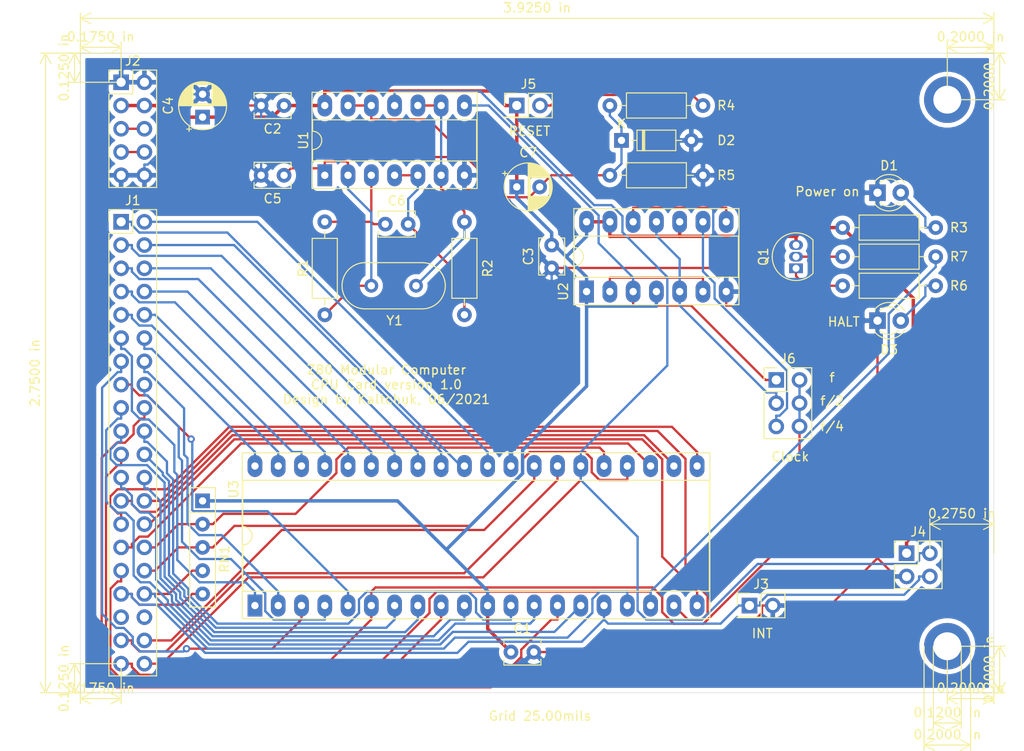
<source format=kicad_pcb>
(kicad_pcb (version 20171130) (host pcbnew "(5.1.4)-1")
  (layers (0 F.Cu signal) (31 B.Cu signal) (35 F.Paste user) (37 F.SilkS user) (39 F.Mask user) (44 Edge.Cuts user))
  (net 0 "")
  (net 1 +5V)
  (net 2 GND)
  (net 3 "Net-(C5-Pad1)")
  (net 4 "Net-(C6-Pad2)")
  (net 5 "Net-(C6-Pad1)")
  (net 6 "Net-(C7-Pad2)")
  (net 7 "Net-(D1-Pad2)")
  (net 8 "Net-(D3-Pad2)")
  (net 9 /a01)
  (net 10 /a00)
  (net 11 /a03)
  (net 12 /a02)
  (net 13 /a05)
  (net 14 /a04)
  (net 15 /a07)
  (net 16 /a06)
  (net 17 /a09)
  (net 18 /a08)
  (net 19 /a11)
  (net 20 /a10)
  (net 21 /a13)
  (net 22 /a12)
  (net 23 /a15)
  (net 24 /a14)
  (net 25 /d01)
  (net 26 /d00)
  (net 27 /d03)
  (net 28 /d02)
  (net 29 /d05)
  (net 30 /d04)
  (net 31 /d07)
  (net 32 /d06)
  (net 33 /wr)
  (net 34 /mreq)
  (net 35 /rd)
  (net 36 /iorq)
  (net 37 /busack)
  (net 38 /busrq)
  (net 39 /halt)
  (net 40 /wait)
  (net 41 /int)
  (net 42 /nmi)
  (net 43 /s1)
  (net 44 /s0)
  (net 45 /m1)
  (net 46 /rfsh)
  (net 47 /clk)
  (net 48 /reset)
  (net 49 /+12V)
  (net 50 /v1)
  (net 51 "Net-(J5-Pad2)")
  (net 52 "Net-(J6-Pad1)")
  (net 53 "Net-(J6-Pad3)")
  (net 54 "Net-(Q1-Pad2)")
  (net 55 "Net-(Q1-Pad1)")
  (net 56 "Net-(R2-Pad2)")
  (net 57 "Net-(U2-Pad12)")
  (net 58 "Net-(U2-Pad2)")
  (net 59 "Net-(J6-Pad5)")
  (module Package_DIP:DIP-40_W15.24mm_Socket_LongPads (layer F.Cu) (at 116.84 123.19 90)
    (fp_text reference U3 (at 12.7 -2.33 90) (layer F.SilkS))
    (fp_text value Z80CPU)
    (pad 40 thru_hole oval (at 15.24 0 90) (size 2.4 1.6) (drill 0.8) (layers *.Cu *.Mask) (net 20 /a10))
    (pad 20 thru_hole oval (at 0 48.26 90) (size 2.4 1.6) (drill 0.8) (layers *.Cu *.Mask) (net 36 /iorq))
    (pad 39 thru_hole oval (at 15.24 2.54 90) (size 2.4 1.6) (drill 0.8) (layers *.Cu *.Mask) (net 17 /a09))
    (pad 19 thru_hole oval (at 0 45.72 90) (size 2.4 1.6) (drill 0.8) (layers *.Cu *.Mask) (net 34 /mreq))
    (pad 38 thru_hole oval (at 15.24 5.08 90) (size 2.4 1.6) (drill 0.8) (layers *.Cu *.Mask) (net 18 /a08))
    (pad 18 thru_hole oval (at 0 43.18 90) (size 2.4 1.6) (drill 0.8) (layers *.Cu *.Mask) (net 39 /halt))
    (pad 37 thru_hole oval (at 15.24 7.62 90) (size 2.4 1.6) (drill 0.8) (layers *.Cu *.Mask) (net 15 /a07))
    (pad 17 thru_hole oval (at 0 40.64 90) (size 2.4 1.6) (drill 0.8) (layers *.Cu *.Mask) (net 42 /nmi))
    (pad 36 thru_hole oval (at 15.24 10.16 90) (size 2.4 1.6) (drill 0.8) (layers *.Cu *.Mask) (net 16 /a06))
    (pad 16 thru_hole oval (at 0 38.1 90) (size 2.4 1.6) (drill 0.8) (layers *.Cu *.Mask) (net 41 /int))
    (pad 35 thru_hole oval (at 15.24 12.7 90) (size 2.4 1.6) (drill 0.8) (layers *.Cu *.Mask) (net 13 /a05))
    (pad 15 thru_hole oval (at 0 35.56 90) (size 2.4 1.6) (drill 0.8) (layers *.Cu *.Mask) (net 25 /d01))
    (pad 34 thru_hole oval (at 15.24 15.24 90) (size 2.4 1.6) (drill 0.8) (layers *.Cu *.Mask) (net 14 /a04))
    (pad 14 thru_hole oval (at 0 33.02 90) (size 2.4 1.6) (drill 0.8) (layers *.Cu *.Mask) (net 26 /d00))
    (pad 33 thru_hole oval (at 15.24 17.78 90) (size 2.4 1.6) (drill 0.8) (layers *.Cu *.Mask) (net 11 /a03))
    (pad 13 thru_hole oval (at 0 30.48 90) (size 2.4 1.6) (drill 0.8) (layers *.Cu *.Mask) (net 31 /d07))
    (pad 32 thru_hole oval (at 15.24 20.32 90) (size 2.4 1.6) (drill 0.8) (layers *.Cu *.Mask) (net 12 /a02))
    (pad 12 thru_hole oval (at 0 27.94 90) (size 2.4 1.6) (drill 0.8) (layers *.Cu *.Mask) (net 28 /d02))
    (pad 31 thru_hole oval (at 15.24 22.86 90) (size 2.4 1.6) (drill 0.8) (layers *.Cu *.Mask) (net 9 /a01))
    (pad 11 thru_hole oval (at 0 25.4 90) (size 2.4 1.6) (drill 0.8) (layers *.Cu *.Mask) (net 1 +5V))
    (pad 30 thru_hole oval (at 15.24 25.4 90) (size 2.4 1.6) (drill 0.8) (layers *.Cu *.Mask) (net 10 /a00))
    (pad 10 thru_hole oval (at 0 22.86 90) (size 2.4 1.6) (drill 0.8) (layers *.Cu *.Mask) (net 32 /d06))
    (pad 29 thru_hole oval (at 15.24 27.94 90) (size 2.4 1.6) (drill 0.8) (layers *.Cu *.Mask) (net 2 GND))
    (pad 9 thru_hole oval (at 0 20.32 90) (size 2.4 1.6) (drill 0.8) (layers *.Cu *.Mask) (net 29 /d05))
    (pad 28 thru_hole oval (at 15.24 30.48 90) (size 2.4 1.6) (drill 0.8) (layers *.Cu *.Mask) (net 46 /rfsh))
    (pad 8 thru_hole oval (at 0 17.78 90) (size 2.4 1.6) (drill 0.8) (layers *.Cu *.Mask) (net 27 /d03))
    (pad 27 thru_hole oval (at 15.24 33.02 90) (size 2.4 1.6) (drill 0.8) (layers *.Cu *.Mask) (net 45 /m1))
    (pad 7 thru_hole oval (at 0 15.24 90) (size 2.4 1.6) (drill 0.8) (layers *.Cu *.Mask) (net 30 /d04))
    (pad 26 thru_hole oval (at 15.24 35.56 90) (size 2.4 1.6) (drill 0.8) (layers *.Cu *.Mask) (net 48 /reset))
    (pad 6 thru_hole oval (at 0 12.7 90) (size 2.4 1.6) (drill 0.8) (layers *.Cu *.Mask) (net 47 /clk))
    (pad 25 thru_hole oval (at 15.24 38.1 90) (size 2.4 1.6) (drill 0.8) (layers *.Cu *.Mask) (net 38 /busrq))
    (pad 5 thru_hole oval (at 0 10.16 90) (size 2.4 1.6) (drill 0.8) (layers *.Cu *.Mask) (net 23 /a15))
    (pad 24 thru_hole oval (at 15.24 40.64 90) (size 2.4 1.6) (drill 0.8) (layers *.Cu *.Mask) (net 40 /wait))
    (pad 4 thru_hole oval (at 0 7.62 90) (size 2.4 1.6) (drill 0.8) (layers *.Cu *.Mask) (net 24 /a14))
    (pad 23 thru_hole oval (at 15.24 43.18 90) (size 2.4 1.6) (drill 0.8) (layers *.Cu *.Mask) (net 37 /busack))
    (pad 3 thru_hole oval (at 0 5.08 90) (size 2.4 1.6) (drill 0.8) (layers *.Cu *.Mask) (net 21 /a13))
    (pad 22 thru_hole oval (at 15.24 45.72 90) (size 2.4 1.6) (drill 0.8) (layers *.Cu *.Mask) (net 33 /wr))
    (pad 2 thru_hole oval (at 0 2.54 90) (size 2.4 1.6) (drill 0.8) (layers *.Cu *.Mask) (net 22 /a12))
    (pad 21 thru_hole oval (at 15.24 48.26 90) (size 2.4 1.6) (drill 0.8) (layers *.Cu *.Mask) (net 35 /rd))
    (pad 1 thru_hole rect (at 0 0 90) (size 2.4 1.6) (drill 0.8) (layers *.Cu *.Mask) (net 19 /a11))
  )
  (module Connector_PinHeader_2.54mm:PinHeader_2x03_P2.54mm_Vertical (layer F.Cu) (at 173.736 98.552)
    (fp_text reference J6 (at 1.27 -2.33) (layer F.SilkS))
    (fp_text value "clock selector")
    (pad 6 thru_hole oval (at 2.54 5.08) (size 1.7 1.7) (drill 1) (layers *.Cu *.Mask) (net 47 /clk))
    (pad 5 thru_hole oval (at 0 5.08) (size 1.7 1.7) (drill 1) (layers *.Cu *.Mask) (net 59 "Net-(J6-Pad5)"))
    (pad 4 thru_hole oval (at 2.54 2.54) (size 1.7 1.7) (drill 1) (layers *.Cu *.Mask) (net 47 /clk))
    (pad 3 thru_hole oval (at 0 2.54) (size 1.7 1.7) (drill 1) (layers *.Cu *.Mask) (net 53 "Net-(J6-Pad3)"))
    (pad 2 thru_hole oval (at 2.54 0) (size 1.7 1.7) (drill 1) (layers *.Cu *.Mask) (net 47 /clk))
    (pad 1 thru_hole rect (at 0 0) (size 1.7 1.7) (drill 1) (layers *.Cu *.Mask) (net 52 "Net-(J6-Pad1)"))
  )
  (module Connector_PinHeader_2.54mm:PinHeader_2x02_P2.54mm_Vertical (layer F.Cu) (at 187.96 117.475)
    (fp_text reference J4 (at 1.27 -2.33) (layer F.SilkS))
    (fp_text value "EXT RESET/INT")
    (pad 4 thru_hole oval (at 2.54 2.54) (size 1.7 1.7) (drill 1) (layers *.Cu *.Mask) (net 41 /int))
    (pad 3 thru_hole oval (at 0 2.54) (size 1.7 1.7) (drill 1) (layers *.Cu *.Mask) (net 2 GND))
    (pad 2 thru_hole oval (at 2.54 0) (size 1.7 1.7) (drill 1) (layers *.Cu *.Mask) (net 48 /reset))
    (pad 1 thru_hole rect (at 0 0) (size 1.7 1.7) (drill 1) (layers *.Cu *.Mask) (net 1 +5V))
  )
  (module Capacitor_THT:C_Disc_D3.8mm_W2.6mm_P2.50mm (layer F.Cu) (at 144.78 128.27)
    (fp_text reference C1 (at 1.25 -2.55) (layer F.SilkS))
    (fp_text value 10n)
    (pad 1 thru_hole circle (at 0 0) (size 1.6 1.6) (drill 0.8) (layers *.Cu *.Mask) (net 1 +5V))
    (pad 2 thru_hole circle (at 2.5 0) (size 1.6 1.6) (drill 0.8) (layers *.Cu *.Mask) (net 2 GND))
  )
  (module Capacitor_THT:C_Disc_D3.8mm_W2.6mm_P2.50mm (layer F.Cu) (at 120.015 68.58 180)
    (fp_text reference C2 (at 1.25 -2.55) (layer F.SilkS))
    (fp_text value 10n)
    (pad 2 thru_hole circle (at 2.5 0 180) (size 1.6 1.6) (drill 0.8) (layers *.Cu *.Mask) (net 2 GND))
    (pad 1 thru_hole circle (at 0 0 180) (size 1.6 1.6) (drill 0.8) (layers *.Cu *.Mask) (net 1 +5V))
  )
  (module Capacitor_THT:C_Disc_D3.8mm_W2.6mm_P2.50mm (layer F.Cu) (at 149.225 83.82 270)
    (fp_text reference C3 (at 1.25 2.54 90) (layer F.SilkS))
    (fp_text value 10n)
    (pad 1 thru_hole circle (at 0 0 270) (size 1.6 1.6) (drill 0.8) (layers *.Cu *.Mask) (net 1 +5V))
    (pad 2 thru_hole circle (at 2.5 0 270) (size 1.6 1.6) (drill 0.8) (layers *.Cu *.Mask) (net 2 GND))
  )
  (module Capacitor_THT:CP_Radial_D5.0mm_P2.50mm (layer F.Cu) (at 111.125 69.85 90)
    (fp_text reference C4 (at 1.25 -3.75 90) (layer F.SilkS))
    (fp_text value 10uF)
    (pad 2 thru_hole circle (at 2.5 0 90) (size 1.6 1.6) (drill 0.8) (layers *.Cu *.Mask) (net 2 GND))
    (pad 1 thru_hole rect (at 0 0 90) (size 1.6 1.6) (drill 0.8) (layers *.Cu *.Mask) (net 1 +5V))
  )
  (module Capacitor_THT:C_Disc_D3.8mm_W2.6mm_P2.50mm (layer F.Cu) (at 120.015 76.2 180)
    (fp_text reference C5 (at 1.25 -2.55) (layer F.SilkS))
    (fp_text value 22p)
    (pad 1 thru_hole circle (at 0 0 180) (size 1.6 1.6) (drill 0.8) (layers *.Cu *.Mask) (net 3 "Net-(C5-Pad1)"))
    (pad 2 thru_hole circle (at 2.5 0 180) (size 1.6 1.6) (drill 0.8) (layers *.Cu *.Mask) (net 2 GND))
  )
  (module Capacitor_THT:C_Disc_D3.8mm_W2.6mm_P2.50mm (layer F.Cu) (at 131.064 81.534)
    (fp_text reference C6 (at 1.25 -2.55) (layer F.SilkS))
    (fp_text value 100n)
    (pad 2 thru_hole circle (at 2.5 0) (size 1.6 1.6) (drill 0.8) (layers *.Cu *.Mask) (net 4 "Net-(C6-Pad2)"))
    (pad 1 thru_hole circle (at 0 0) (size 1.6 1.6) (drill 0.8) (layers *.Cu *.Mask) (net 5 "Net-(C6-Pad1)"))
  )
  (module Capacitor_THT:CP_Radial_D5.0mm_P2.50mm (layer F.Cu) (at 145.415 77.47)
    (fp_text reference C7 (at 1.25 -3.75) (layer F.SilkS))
    (fp_text value 10uF)
    (pad 1 thru_hole rect (at 0 0) (size 1.6 1.6) (drill 0.8) (layers *.Cu *.Mask) (net 1 +5V))
    (pad 2 thru_hole circle (at 2.5 0) (size 1.6 1.6) (drill 0.8) (layers *.Cu *.Mask) (net 6 "Net-(C7-Pad2)"))
  )
  (module LED_THT:LED_D3.0mm (layer F.Cu) (at 184.785 78.105)
    (fp_text reference D1 (at 1.27 -2.96) (layer F.SilkS))
    (fp_text value LED)
    (pad 1 thru_hole rect (at 0 0) (size 1.8 1.8) (drill 0.9) (layers *.Cu *.Mask) (net 2 GND))
    (pad 2 thru_hole circle (at 2.54 0) (size 1.8 1.8) (drill 0.9) (layers *.Cu *.Mask) (net 7 "Net-(D1-Pad2)"))
  )
  (module Diode_THT:D_DO-35_SOD27_P7.62mm_Horizontal (layer F.Cu) (at 156.845 72.39)
    (fp_text reference D2 (at 11.43 0) (layer F.SilkS))
    (fp_text value 1N4148)
    (fp_text user K (at 0 -1.8) (layer F.SilkS))
    (pad 1 thru_hole rect (at 0 0) (size 1.6 1.6) (drill 0.8) (layers *.Cu *.Mask) (net 6 "Net-(C7-Pad2)"))
    (pad 2 thru_hole oval (at 7.62 0) (size 1.6 1.6) (drill 0.8) (layers *.Cu *.Mask) (net 2 GND))
  )
  (module LED_THT:LED_D3.0mm (layer F.Cu) (at 184.785 92.075)
    (fp_text reference D3 (at 1.27 3.175) (layer F.SilkS))
    (fp_text value LED)
    (pad 2 thru_hole circle (at 2.54 0) (size 1.8 1.8) (drill 0.9) (layers *.Cu *.Mask) (net 8 "Net-(D3-Pad2)"))
    (pad 1 thru_hole rect (at 0 0) (size 1.8 1.8) (drill 0.9) (layers *.Cu *.Mask) (net 2 GND))
  )
  (module Connector_PinHeader_2.54mm:PinHeader_2x20_P2.54mm_Vertical (layer F.Cu) (at 102.235 81.28)
    (fp_text reference J1 (at 1.27 -2.33) (layer F.SilkS))
    (fp_text value "Signal Bus")
    (pad 1 thru_hole rect (at 0 0) (size 1.7 1.7) (drill 1) (layers *.Cu *.Mask) (net 9 /a01))
    (pad 2 thru_hole oval (at 2.54 0) (size 1.7 1.7) (drill 1) (layers *.Cu *.Mask) (net 10 /a00))
    (pad 3 thru_hole oval (at 0 2.54) (size 1.7 1.7) (drill 1) (layers *.Cu *.Mask) (net 11 /a03))
    (pad 4 thru_hole oval (at 2.54 2.54) (size 1.7 1.7) (drill 1) (layers *.Cu *.Mask) (net 12 /a02))
    (pad 5 thru_hole oval (at 0 5.08) (size 1.7 1.7) (drill 1) (layers *.Cu *.Mask) (net 13 /a05))
    (pad 6 thru_hole oval (at 2.54 5.08) (size 1.7 1.7) (drill 1) (layers *.Cu *.Mask) (net 14 /a04))
    (pad 7 thru_hole oval (at 0 7.62) (size 1.7 1.7) (drill 1) (layers *.Cu *.Mask) (net 15 /a07))
    (pad 8 thru_hole oval (at 2.54 7.62) (size 1.7 1.7) (drill 1) (layers *.Cu *.Mask) (net 16 /a06))
    (pad 9 thru_hole oval (at 0 10.16) (size 1.7 1.7) (drill 1) (layers *.Cu *.Mask) (net 17 /a09))
    (pad 10 thru_hole oval (at 2.54 10.16) (size 1.7 1.7) (drill 1) (layers *.Cu *.Mask) (net 18 /a08))
    (pad 11 thru_hole oval (at 0 12.7) (size 1.7 1.7) (drill 1) (layers *.Cu *.Mask) (net 19 /a11))
    (pad 12 thru_hole oval (at 2.54 12.7) (size 1.7 1.7) (drill 1) (layers *.Cu *.Mask) (net 20 /a10))
    (pad 13 thru_hole oval (at 0 15.24) (size 1.7 1.7) (drill 1) (layers *.Cu *.Mask) (net 21 /a13))
    (pad 14 thru_hole oval (at 2.54 15.24) (size 1.7 1.7) (drill 1) (layers *.Cu *.Mask) (net 22 /a12))
    (pad 15 thru_hole oval (at 0 17.78) (size 1.7 1.7) (drill 1) (layers *.Cu *.Mask) (net 23 /a15))
    (pad 16 thru_hole oval (at 2.54 17.78) (size 1.7 1.7) (drill 1) (layers *.Cu *.Mask) (net 24 /a14))
    (pad 17 thru_hole oval (at 0 20.32) (size 1.7 1.7) (drill 1) (layers *.Cu *.Mask) (net 25 /d01))
    (pad 18 thru_hole oval (at 2.54 20.32) (size 1.7 1.7) (drill 1) (layers *.Cu *.Mask) (net 26 /d00))
    (pad 19 thru_hole oval (at 0 22.86) (size 1.7 1.7) (drill 1) (layers *.Cu *.Mask) (net 27 /d03))
    (pad 20 thru_hole oval (at 2.54 22.86) (size 1.7 1.7) (drill 1) (layers *.Cu *.Mask) (net 28 /d02))
    (pad 21 thru_hole oval (at 0 25.4) (size 1.7 1.7) (drill 1) (layers *.Cu *.Mask) (net 29 /d05))
    (pad 22 thru_hole oval (at 2.54 25.4) (size 1.7 1.7) (drill 1) (layers *.Cu *.Mask) (net 30 /d04))
    (pad 23 thru_hole oval (at 0 27.94) (size 1.7 1.7) (drill 1) (layers *.Cu *.Mask) (net 31 /d07))
    (pad 24 thru_hole oval (at 2.54 27.94) (size 1.7 1.7) (drill 1) (layers *.Cu *.Mask) (net 32 /d06))
    (pad 25 thru_hole oval (at 0 30.48) (size 1.7 1.7) (drill 1) (layers *.Cu *.Mask) (net 33 /wr))
    (pad 26 thru_hole oval (at 2.54 30.48) (size 1.7 1.7) (drill 1) (layers *.Cu *.Mask) (net 34 /mreq))
    (pad 27 thru_hole oval (at 0 33.02) (size 1.7 1.7) (drill 1) (layers *.Cu *.Mask) (net 35 /rd))
    (pad 28 thru_hole oval (at 2.54 33.02) (size 1.7 1.7) (drill 1) (layers *.Cu *.Mask) (net 36 /iorq))
    (pad 29 thru_hole oval (at 0 35.56) (size 1.7 1.7) (drill 1) (layers *.Cu *.Mask) (net 37 /busack))
    (pad 30 thru_hole oval (at 2.54 35.56) (size 1.7 1.7) (drill 1) (layers *.Cu *.Mask) (net 38 /busrq))
    (pad 31 thru_hole oval (at 0 38.1) (size 1.7 1.7) (drill 1) (layers *.Cu *.Mask) (net 39 /halt))
    (pad 32 thru_hole oval (at 2.54 38.1) (size 1.7 1.7) (drill 1) (layers *.Cu *.Mask) (net 40 /wait))
    (pad 33 thru_hole oval (at 0 40.64) (size 1.7 1.7) (drill 1) (layers *.Cu *.Mask) (net 41 /int))
    (pad 34 thru_hole oval (at 2.54 40.64) (size 1.7 1.7) (drill 1) (layers *.Cu *.Mask) (net 42 /nmi))
    (pad 35 thru_hole oval (at 0 43.18) (size 1.7 1.7) (drill 1) (layers *.Cu *.Mask) (net 43 /s1))
    (pad 36 thru_hole oval (at 2.54 43.18) (size 1.7 1.7) (drill 1) (layers *.Cu *.Mask) (net 44 /s0))
    (pad 37 thru_hole oval (at 0 45.72) (size 1.7 1.7) (drill 1) (layers *.Cu *.Mask) (net 45 /m1))
    (pad 38 thru_hole oval (at 2.54 45.72) (size 1.7 1.7) (drill 1) (layers *.Cu *.Mask) (net 46 /rfsh))
    (pad 39 thru_hole oval (at 0 48.26) (size 1.7 1.7) (drill 1) (layers *.Cu *.Mask) (net 47 /clk))
    (pad 40 thru_hole oval (at 2.54 48.26) (size 1.7 1.7) (drill 1) (layers *.Cu *.Mask) (net 48 /reset))
  )
  (module Connector_PinHeader_2.54mm:PinHeader_2x05_P2.54mm_Vertical (layer F.Cu) (at 102.235 66.04)
    (fp_text reference J2 (at 1.27 -2.33) (layer F.SilkS))
    (fp_text value "Power Bus")
    (pad 1 thru_hole rect (at 0 0) (size 1.7 1.7) (drill 1) (layers *.Cu *.Mask) (net 2 GND))
    (pad 2 thru_hole oval (at 2.54 0) (size 1.7 1.7) (drill 1) (layers *.Cu *.Mask) (net 2 GND))
    (pad 3 thru_hole oval (at 0 2.54) (size 1.7 1.7) (drill 1) (layers *.Cu *.Mask) (net 1 +5V))
    (pad 4 thru_hole oval (at 2.54 2.54) (size 1.7 1.7) (drill 1) (layers *.Cu *.Mask) (net 1 +5V))
    (pad 5 thru_hole oval (at 0 5.08) (size 1.7 1.7) (drill 1) (layers *.Cu *.Mask) (net 49 /+12V))
    (pad 6 thru_hole oval (at 2.54 5.08) (size 1.7 1.7) (drill 1) (layers *.Cu *.Mask) (net 49 /+12V))
    (pad 7 thru_hole oval (at 0 7.62) (size 1.7 1.7) (drill 1) (layers *.Cu *.Mask) (net 50 /v1))
    (pad 8 thru_hole oval (at 2.54 7.62) (size 1.7 1.7) (drill 1) (layers *.Cu *.Mask) (net 50 /v1))
    (pad 9 thru_hole oval (at 0 10.16) (size 1.7 1.7) (drill 1) (layers *.Cu *.Mask) (net 2 GND))
    (pad 10 thru_hole oval (at 2.54 10.16) (size 1.7 1.7) (drill 1) (layers *.Cu *.Mask) (net 2 GND))
  )
  (module Connector_PinHeader_2.54mm:PinHeader_2x01_P2.54mm_Vertical (layer F.Cu) (at 170.815 123.19)
    (fp_text reference J3 (at 1.27 -2.33) (layer F.SilkS))
    (fp_text value INT)
    (pad 2 thru_hole oval (at 2.54 0) (size 1.7 1.7) (drill 1) (layers *.Cu *.Mask) (net 2 GND))
    (pad 1 thru_hole rect (at 0 0) (size 1.7 1.7) (drill 1) (layers *.Cu *.Mask) (net 41 /int))
  )
  (module Connector_PinHeader_2.54mm:PinHeader_2x01_P2.54mm_Vertical (layer F.Cu) (at 145.415 68.58)
    (fp_text reference J5 (at 1.27 -2.33) (layer F.SilkS))
    (fp_text value Reset)
    (pad 1 thru_hole rect (at 0 0) (size 1.7 1.7) (drill 1) (layers *.Cu *.Mask) (net 1 +5V))
    (pad 2 thru_hole oval (at 2.54 0) (size 1.7 1.7) (drill 1) (layers *.Cu *.Mask) (net 51 "Net-(J5-Pad2)"))
  )
  (module Package_TO_SOT_THT:TO-92_Inline (layer F.Cu) (at 175.895 86.36 90)
    (fp_text reference Q1 (at 1.27 -3.56 90) (layer F.SilkS))
    (fp_text value BC328)
    (pad 2 thru_hole oval (at 1.27 0 90) (size 1.05 1.5) (drill 0.75) (layers *.Cu *.Mask) (net 54 "Net-(Q1-Pad2)"))
    (pad 3 thru_hole oval (at 2.54 0 90) (size 1.05 1.5) (drill 0.75) (layers *.Cu *.Mask) (net 1 +5V))
    (pad 1 thru_hole rect (at 0 0 90) (size 1.05 1.5) (drill 0.75) (layers *.Cu *.Mask) (net 55 "Net-(Q1-Pad1)"))
  )
  (module Resistor_THT:R_Axial_DIN0207_L6.3mm_D2.5mm_P10.16mm_Horizontal (layer F.Cu) (at 124.46 91.44 90)
    (fp_text reference R1 (at 5.08 -2.37 90) (layer F.SilkS))
    (fp_text value 330R)
    (pad 2 thru_hole oval (at 10.16 0 90) (size 1.6 1.6) (drill 0.8) (layers *.Cu *.Mask) (net 5 "Net-(C6-Pad1)"))
    (pad 1 thru_hole circle (at 0 0 90) (size 1.6 1.6) (drill 0.8) (layers *.Cu *.Mask) (net 3 "Net-(C5-Pad1)"))
  )
  (module Resistor_THT:R_Axial_DIN0207_L6.3mm_D2.5mm_P10.16mm_Horizontal (layer F.Cu) (at 139.7 91.44 90)
    (fp_text reference R2 (at 5.08 2.54 90) (layer F.SilkS))
    (fp_text value 330R)
    (pad 1 thru_hole circle (at 0 0 90) (size 1.6 1.6) (drill 0.8) (layers *.Cu *.Mask) (net 4 "Net-(C6-Pad2)"))
    (pad 2 thru_hole oval (at 10.16 0 90) (size 1.6 1.6) (drill 0.8) (layers *.Cu *.Mask) (net 56 "Net-(R2-Pad2)"))
  )
  (module Resistor_THT:R_Axial_DIN0207_L6.3mm_D2.5mm_P10.16mm_Horizontal (layer F.Cu) (at 180.975 81.915)
    (fp_text reference R3 (at 12.7 0) (layer F.SilkS))
    (fp_text value 270)
    (pad 2 thru_hole oval (at 10.16 0) (size 1.6 1.6) (drill 0.8) (layers *.Cu *.Mask) (net 7 "Net-(D1-Pad2)"))
    (pad 1 thru_hole circle (at 0 0) (size 1.6 1.6) (drill 0.8) (layers *.Cu *.Mask) (net 1 +5V))
  )
  (module Resistor_THT:R_Axial_DIN0207_L6.3mm_D2.5mm_P10.16mm_Horizontal (layer F.Cu) (at 165.735 68.58 180)
    (fp_text reference R4 (at -2.54 0) (layer F.SilkS))
    (fp_text value 100)
    (pad 1 thru_hole circle (at 0 0 180) (size 1.6 1.6) (drill 0.8) (layers *.Cu *.Mask) (net 51 "Net-(J5-Pad2)"))
    (pad 2 thru_hole oval (at 10.16 0 180) (size 1.6 1.6) (drill 0.8) (layers *.Cu *.Mask) (net 6 "Net-(C7-Pad2)"))
  )
  (module Resistor_THT:R_Axial_DIN0207_L6.3mm_D2.5mm_P10.16mm_Horizontal (layer F.Cu) (at 155.575 76.2)
    (fp_text reference R5 (at 12.7 0) (layer F.SilkS))
    (fp_text value 10k)
    (pad 1 thru_hole circle (at 0 0) (size 1.6 1.6) (drill 0.8) (layers *.Cu *.Mask) (net 6 "Net-(C7-Pad2)"))
    (pad 2 thru_hole oval (at 10.16 0) (size 1.6 1.6) (drill 0.8) (layers *.Cu *.Mask) (net 2 GND))
  )
  (module Resistor_THT:R_Axial_DIN0207_L6.3mm_D2.5mm_P10.16mm_Horizontal (layer F.Cu) (at 180.975 88.265)
    (fp_text reference R6 (at 12.7 0) (layer F.SilkS))
    (fp_text value 270)
    (pad 1 thru_hole circle (at 0 0) (size 1.6 1.6) (drill 0.8) (layers *.Cu *.Mask) (net 55 "Net-(Q1-Pad1)"))
    (pad 2 thru_hole oval (at 10.16 0) (size 1.6 1.6) (drill 0.8) (layers *.Cu *.Mask) (net 8 "Net-(D3-Pad2)"))
  )
  (module Resistor_THT:R_Axial_DIN0207_L6.3mm_D2.5mm_P10.16mm_Horizontal (layer F.Cu) (at 180.975 85.09)
    (fp_text reference R7 (at 12.7 0) (layer F.SilkS))
    (fp_text value 3.3k)
    (pad 2 thru_hole oval (at 10.16 0) (size 1.6 1.6) (drill 0.8) (layers *.Cu *.Mask) (net 39 /halt))
    (pad 1 thru_hole circle (at 0 0) (size 1.6 1.6) (drill 0.8) (layers *.Cu *.Mask) (net 54 "Net-(Q1-Pad2)"))
  )
  (module Resistor_THT:R_Array_SIP5 (layer F.Cu) (at 111.125 111.76 270)
    (fp_text reference RN1 (at 6.35 -2.4 90) (layer F.SilkS))
    (fp_text value 4x10k)
    (pad 1 thru_hole rect (at 0 0 270) (size 1.6 1.6) (drill 0.8) (layers *.Cu *.Mask) (net 1 +5V))
    (pad 2 thru_hole oval (at 2.54 0 270) (size 1.6 1.6) (drill 0.8) (layers *.Cu *.Mask) (net 38 /busrq))
    (pad 3 thru_hole oval (at 5.08 0 270) (size 1.6 1.6) (drill 0.8) (layers *.Cu *.Mask) (net 40 /wait))
    (pad 4 thru_hole oval (at 7.62 0 270) (size 1.6 1.6) (drill 0.8) (layers *.Cu *.Mask) (net 42 /nmi))
    (pad 5 thru_hole oval (at 10.16 0 270) (size 1.6 1.6) (drill 0.8) (layers *.Cu *.Mask) (net 41 /int))
  )
  (module Package_DIP:DIP-14_W7.62mm_Socket_LongPads (layer F.Cu) (at 124.46 76.2 90)
    (fp_text reference U1 (at 3.81 -2.33 90) (layer F.SilkS))
    (fp_text value 74LS00)
    (pad 14 thru_hole oval (at 7.62 0 90) (size 2.4 1.6) (drill 0.8) (layers *.Cu *.Mask) (net 1 +5V))
    (pad 7 thru_hole oval (at 0 15.24 90) (size 2.4 1.6) (drill 0.8) (layers *.Cu *.Mask) (net 2 GND))
    (pad 13 thru_hole oval (at 7.62 2.54 90) (size 2.4 1.6) (drill 0.8) (layers *.Cu *.Mask) (net 6 "Net-(C7-Pad2)"))
    (pad 6 thru_hole oval (at 0 12.7 90) (size 2.4 1.6) (drill 0.8) (layers *.Cu *.Mask) (net 56 "Net-(R2-Pad2)"))
    (pad 12 thru_hole oval (at 7.62 5.08 90) (size 2.4 1.6) (drill 0.8) (layers *.Cu *.Mask) (net 6 "Net-(C7-Pad2)"))
    (pad 5 thru_hole oval (at 0 10.16 90) (size 2.4 1.6) (drill 0.8) (layers *.Cu *.Mask) (net 4 "Net-(C6-Pad2)"))
    (pad 11 thru_hole oval (at 7.62 7.62 90) (size 2.4 1.6) (drill 0.8) (layers *.Cu *.Mask) (net 48 /reset))
    (pad 4 thru_hole oval (at 0 7.62 90) (size 2.4 1.6) (drill 0.8) (layers *.Cu *.Mask) (net 4 "Net-(C6-Pad2)"))
    (pad 10 thru_hole oval (at 7.62 10.16 90) (size 2.4 1.6) (drill 0.8) (layers *.Cu *.Mask) (net 56 "Net-(R2-Pad2)"))
    (pad 3 thru_hole oval (at 0 5.08 90) (size 2.4 1.6) (drill 0.8) (layers *.Cu *.Mask) (net 5 "Net-(C6-Pad1)"))
    (pad 9 thru_hole oval (at 7.62 12.7 90) (size 2.4 1.6) (drill 0.8) (layers *.Cu *.Mask) (net 56 "Net-(R2-Pad2)"))
    (pad 2 thru_hole oval (at 0 2.54 90) (size 2.4 1.6) (drill 0.8) (layers *.Cu *.Mask) (net 3 "Net-(C5-Pad1)"))
    (pad 8 thru_hole oval (at 7.62 15.24 90) (size 2.4 1.6) (drill 0.8) (layers *.Cu *.Mask) (net 52 "Net-(J6-Pad1)"))
    (pad 1 thru_hole rect (at 0 0 90) (size 2.4 1.6) (drill 0.8) (layers *.Cu *.Mask) (net 3 "Net-(C5-Pad1)"))
  )
  (module Package_DIP:DIP-14_W7.62mm_Socket_LongPads (layer F.Cu) (at 153.035 88.9 90)
    (fp_text reference U2 (at 0 -2.54 90) (layer F.SilkS))
    (fp_text value 74LS74)
    (pad 1 thru_hole rect (at 0 0 90) (size 2.4 1.6) (drill 0.8) (layers *.Cu *.Mask) (net 1 +5V))
    (pad 8 thru_hole oval (at 7.62 15.24 90) (size 2.4 1.6) (drill 0.8) (layers *.Cu *.Mask) (net 57 "Net-(U2-Pad12)"))
    (pad 2 thru_hole oval (at 0 2.54 90) (size 2.4 1.6) (drill 0.8) (layers *.Cu *.Mask) (net 58 "Net-(U2-Pad2)"))
    (pad 9 thru_hole oval (at 7.62 12.7 90) (size 2.4 1.6) (drill 0.8) (layers *.Cu *.Mask) (net 59 "Net-(J6-Pad5)"))
    (pad 3 thru_hole oval (at 0 5.08 90) (size 2.4 1.6) (drill 0.8) (layers *.Cu *.Mask) (net 52 "Net-(J6-Pad1)"))
    (pad 10 thru_hole oval (at 7.62 10.16 90) (size 2.4 1.6) (drill 0.8) (layers *.Cu *.Mask) (net 1 +5V))
    (pad 4 thru_hole oval (at 0 7.62 90) (size 2.4 1.6) (drill 0.8) (layers *.Cu *.Mask) (net 1 +5V))
    (pad 11 thru_hole oval (at 7.62 7.62 90) (size 2.4 1.6) (drill 0.8) (layers *.Cu *.Mask) (net 53 "Net-(J6-Pad3)"))
    (pad 5 thru_hole oval (at 0 10.16 90) (size 2.4 1.6) (drill 0.8) (layers *.Cu *.Mask) (net 53 "Net-(J6-Pad3)"))
    (pad 12 thru_hole oval (at 7.62 5.08 90) (size 2.4 1.6) (drill 0.8) (layers *.Cu *.Mask) (net 57 "Net-(U2-Pad12)"))
    (pad 6 thru_hole oval (at 0 12.7 90) (size 2.4 1.6) (drill 0.8) (layers *.Cu *.Mask) (net 58 "Net-(U2-Pad2)"))
    (pad 13 thru_hole oval (at 7.62 2.54 90) (size 2.4 1.6) (drill 0.8) (layers *.Cu *.Mask) (net 1 +5V))
    (pad 7 thru_hole oval (at 0 15.24 90) (size 2.4 1.6) (drill 0.8) (layers *.Cu *.Mask) (net 2 GND))
    (pad 14 thru_hole oval (at 7.62 0 90) (size 2.4 1.6) (drill 0.8) (layers *.Cu *.Mask) (net 1 +5V))
  )
  (module Crystal:Crystal_HC49-U_Vertical (layer F.Cu) (at 129.54 88.265)
    (fp_text reference Y1 (at 2.54 3.81) (layer F.SilkS))
    (fp_text value 4MHz)
    (pad 1 thru_hole circle (at 0 0) (size 1.5 1.5) (drill 0.8) (layers *.Cu *.Mask) (net 3 "Net-(C5-Pad1)"))
    (pad 2 thru_hole circle (at 4.88 0) (size 1.5 1.5) (drill 0.8) (layers *.Cu *.Mask) (net 56 "Net-(R2-Pad2)"))
  )
  (dimension 6.985 (width 0.12) (layer F.SilkS) (gr_text "0.2750 in" (at 193.9925 113.03) (layer F.SilkS) (effects (font (size 1 1) (thickness 0.15)))) (feature1 (pts (xy 197.485 117.475) (xy 197.485 113.713579))) (feature2 (pts (xy 190.5 117.475) (xy 190.5 113.713579))) (crossbar (pts (xy 190.5 114.3) (xy 197.485 114.3))) (arrow1a (pts (xy 197.485 114.3) (xy 196.358496 114.886421))) (arrow1b (pts (xy 197.485 114.3) (xy 196.358496 113.713579))) (arrow2a (pts (xy 190.5 114.3) (xy 191.626504 114.886421))) (arrow2b (pts (xy 190.5 114.3) (xy 191.626504 113.713579))))
  (gr_text "Grid 25.00mils" (at 147.955 135.255) (layer F.SilkS) (effects (font (size 1 1))))
  (dimension 5.08 (width 0.12) (layer F.SilkS) (gr_text "0.2000 in" (at 192.405 139.7) (layer F.SilkS) (effects (font (size 1 1) (thickness 0.15)))) (feature1 (pts (xy 194.945 127.635) (xy 194.945 139.016421))) (feature2 (pts (xy 189.865 127.635) (xy 189.865 139.016421))) (crossbar (pts (xy 189.865 138.43) (xy 194.945 138.43))) (arrow1a (pts (xy 194.945 138.43) (xy 193.818496 139.016421))) (arrow1b (pts (xy 194.945 138.43) (xy 193.818496 137.843579))) (arrow2a (pts (xy 189.865 138.43) (xy 190.991504 139.016421))) (arrow2b (pts (xy 189.865 138.43) (xy 190.991504 137.843579))))
  (dimension 3.048 (width 0.12) (layer F.SilkS) (gr_text "0.1200 in" (at 192.405 137.287) (layer F.SilkS) (effects (font (size 1 1) (thickness 0.15)))) (feature1 (pts (xy 193.929 127.635) (xy 193.929 136.603421))) (feature2 (pts (xy 190.881 127.635) (xy 190.881 136.603421))) (crossbar (pts (xy 190.881 136.017) (xy 193.929 136.017))) (arrow1a (pts (xy 193.929 136.017) (xy 192.802496 136.603421))) (arrow1b (pts (xy 193.929 136.017) (xy 192.802496 135.430579))) (arrow2a (pts (xy 190.881 136.017) (xy 192.007504 136.603421))) (arrow2b (pts (xy 190.881 136.017) (xy 192.007504 135.430579))))
  (dimension 5.08 (width 0.12) (layer F.SilkS) (gr_text "0.2000 in" (at 199.39 130.175 90) (layer F.SilkS) (effects (font (size 1 1) (thickness 0.15)))) (feature1 (pts (xy 192.405 127.635) (xy 198.706421 127.635))) (feature2 (pts (xy 192.405 132.715) (xy 198.706421 132.715))) (crossbar (pts (xy 198.12 132.715) (xy 198.12 127.635))) (arrow1a (pts (xy 198.12 127.635) (xy 198.706421 128.761504))) (arrow1b (pts (xy 198.12 127.635) (xy 197.533579 128.761504))) (arrow2a (pts (xy 198.12 132.715) (xy 198.706421 131.588496))) (arrow2b (pts (xy 198.12 132.715) (xy 197.533579 131.588496))))
  (dimension 5.08 (width 0.12) (layer F.SilkS) (gr_text "0.2000 in" (at 194.945 134.62) (layer F.SilkS) (effects (font (size 1 1) (thickness 0.15)))) (feature1 (pts (xy 197.485 127.635) (xy 197.485 133.936421))) (feature2 (pts (xy 192.405 127.635) (xy 192.405 133.936421))) (crossbar (pts (xy 192.405 133.35) (xy 197.485 133.35))) (arrow1a (pts (xy 197.485 133.35) (xy 196.358496 133.936421))) (arrow1b (pts (xy 197.485 133.35) (xy 196.358496 132.763579))) (arrow2a (pts (xy 192.405 133.35) (xy 193.531504 133.936421))) (arrow2b (pts (xy 192.405 133.35) (xy 193.531504 132.763579))))
  (dimension 5.08 (width 0.12) (layer F.SilkS) (gr_text "0.2000 in" (at 199.39 65.405 90) (layer F.SilkS) (effects (font (size 1 1) (thickness 0.15)))) (feature1 (pts (xy 192.405 62.865) (xy 198.706421 62.865))) (feature2 (pts (xy 192.405 67.945) (xy 198.706421 67.945))) (crossbar (pts (xy 198.12 67.945) (xy 198.12 62.865))) (arrow1a (pts (xy 198.12 62.865) (xy 198.706421 63.991504))) (arrow1b (pts (xy 198.12 62.865) (xy 197.533579 63.991504))) (arrow2a (pts (xy 198.12 67.945) (xy 198.706421 66.818496))) (arrow2b (pts (xy 198.12 67.945) (xy 197.533579 66.818496))))
  (dimension 5.08 (width 0.12) (layer F.SilkS) (gr_text "0.2000 in" (at 194.945 60.96) (layer F.SilkS) (effects (font (size 1 1) (thickness 0.15)))) (feature1 (pts (xy 192.405 67.945) (xy 192.405 61.643579))) (feature2 (pts (xy 197.485 67.945) (xy 197.485 61.643579))) (crossbar (pts (xy 197.485 62.23) (xy 192.405 62.23))) (arrow1a (pts (xy 192.405 62.23) (xy 193.531504 61.643579))) (arrow1b (pts (xy 192.405 62.23) (xy 193.531504 62.816421))) (arrow2a (pts (xy 197.485 62.23) (xy 196.358496 61.643579))) (arrow2b (pts (xy 197.485 62.23) (xy 196.358496 62.816421))))
  (dimension 99.695 (width 0.12) (layer F.SilkS) (gr_text "3.9250 in" (at 147.6375 57.785) (layer F.SilkS) (effects (font (size 1 1) (thickness 0.15)))) (feature1 (pts (xy 97.79 62.865) (xy 97.79 58.468579))) (feature2 (pts (xy 197.485 62.865) (xy 197.485 58.468579))) (crossbar (pts (xy 197.485 59.055) (xy 97.79 59.055))) (arrow1a (pts (xy 97.79 59.055) (xy 98.916504 58.468579))) (arrow1b (pts (xy 97.79 59.055) (xy 98.916504 59.641421))) (arrow2a (pts (xy 197.485 59.055) (xy 196.358496 58.468579))) (arrow2b (pts (xy 197.485 59.055) (xy 196.358496 59.641421))))
  (dimension 69.85 (width 0.12) (layer F.SilkS) (gr_text "2.7500 in" (at 92.71 97.79 90) (layer F.SilkS) (effects (font (size 1 1) (thickness 0.15)))) (feature1 (pts (xy 97.79 62.865) (xy 93.393579 62.865))) (feature2 (pts (xy 97.79 132.715) (xy 93.393579 132.715))) (crossbar (pts (xy 93.98 132.715) (xy 93.98 62.865))) (arrow1a (pts (xy 93.98 62.865) (xy 94.566421 63.991504))) (arrow1b (pts (xy 93.98 62.865) (xy 93.393579 63.991504))) (arrow2a (pts (xy 93.98 132.715) (xy 94.566421 131.588496))) (arrow2b (pts (xy 93.98 132.715) (xy 93.393579 131.588496))))
  (dimension 3.175 (width 0.12) (layer F.SilkS) (gr_text "0.1250 in" (at 95.885 131.1275 90) (layer F.SilkS) (effects (font (size 1 1) (thickness 0.15)))) (feature1 (pts (xy 102.235 129.54) (xy 96.568579 129.54))) (feature2 (pts (xy 102.235 132.715) (xy 96.568579 132.715))) (crossbar (pts (xy 97.155 132.715) (xy 97.155 129.54))) (arrow1a (pts (xy 97.155 129.54) (xy 97.741421 130.666504))) (arrow1b (pts (xy 97.155 129.54) (xy 96.568579 130.666504))) (arrow2a (pts (xy 97.155 132.715) (xy 97.741421 131.588496))) (arrow2b (pts (xy 97.155 132.715) (xy 96.568579 131.588496))))
  (dimension 4.445 (width 0.12) (layer F.SilkS) (gr_text "0.1750 in" (at 100.0125 134.62) (layer F.SilkS) (effects (font (size 1 1) (thickness 0.15)))) (feature1 (pts (xy 97.79 129.54) (xy 97.79 133.936421))) (feature2 (pts (xy 102.235 129.54) (xy 102.235 133.936421))) (crossbar (pts (xy 102.235 133.35) (xy 97.79 133.35))) (arrow1a (pts (xy 97.79 133.35) (xy 98.916504 132.763579))) (arrow1b (pts (xy 97.79 133.35) (xy 98.916504 133.936421))) (arrow2a (pts (xy 102.235 133.35) (xy 101.108496 132.763579))) (arrow2b (pts (xy 102.235 133.35) (xy 101.108496 133.936421))))
  (dimension 3.175 (width 0.12) (layer F.SilkS) (gr_text "0.1250 in" (at 95.885 64.4525 90) (layer F.SilkS) (effects (font (size 1 1) (thickness 0.15)))) (feature1 (pts (xy 102.235 62.865) (xy 96.568579 62.865))) (feature2 (pts (xy 102.235 66.04) (xy 96.568579 66.04))) (crossbar (pts (xy 97.155 66.04) (xy 97.155 62.865))) (arrow1a (pts (xy 97.155 62.865) (xy 97.741421 63.991504))) (arrow1b (pts (xy 97.155 62.865) (xy 96.568579 63.991504))) (arrow2a (pts (xy 97.155 66.04) (xy 97.741421 64.913496))) (arrow2b (pts (xy 97.155 66.04) (xy 96.568579 64.913496))))
  (dimension 4.445 (width 0.12) (layer F.SilkS) (gr_text "0.1750 in" (at 100.0125 60.96) (layer F.SilkS) (effects (font (size 1 1) (thickness 0.15)))) (feature1 (pts (xy 97.79 66.04) (xy 97.79 61.643579))) (feature2 (pts (xy 102.235 66.04) (xy 102.235 61.643579))) (crossbar (pts (xy 102.235 62.23) (xy 97.79 62.23))) (arrow1a (pts (xy 97.79 62.23) (xy 98.916504 61.643579))) (arrow1b (pts (xy 97.79 62.23) (xy 98.916504 62.816421))) (arrow2a (pts (xy 102.235 62.23) (xy 101.108496 61.643579))) (arrow2b (pts (xy 102.235 62.23) (xy 101.108496 62.816421))))
  (gr_text f/4 (at 179.832 103.632) (layer F.SilkS) (effects (font (size 1 1))))
  (gr_text f/2 (at 179.832 100.838) (layer F.SilkS) (effects (font (size 1 1))))
  (gr_text f (at 179.832 98.298) (layer F.SilkS) (effects (font (size 1 1))))
  (gr_text Clock (at 175.26 106.934) (layer F.SilkS) (effects (font (size 1 1))))
  (gr_text INT (at 172.212 126.238) (layer F.SilkS) (effects (font (size 1 1))))
  (gr_text RESET (at 146.812 71.374) (layer F.SilkS) (effects (font (size 1 1))))
  (gr_text HALT (at 181.102 92.202) (layer F.SilkS) (effects (font (size 1 1))))
  (gr_text "Power on" (at 179.324 77.978) (layer F.SilkS) (effects (font (size 1 1))))
  (gr_text "Z80 Modular Computer\nCPU Card version 1.0\nDesign by Kaltchuk, 06/2021\n" (at 131.191 99.06) (layer F.SilkS) (effects (font (size 1 1))))
  (gr_line (start 97.79 132.715) (end 197.485 132.715) (layer Edge.Cuts) (width 0.05))
  (gr_line (start 197.485 62.865) (end 197.485 132.715) (layer Edge.Cuts) (width 0.05))
  (gr_line (start 97.79 62.865) (end 97.79 132.715) (layer Edge.Cuts) (width 0.05))
  (gr_line (start 97.79 62.865) (end 197.485 62.865) (layer Edge.Cuts) (width 0.05))
  (via (at 192.405 67.945) (size 5.08) (drill 3.048) (layers F.Cu B.Cu) (net 0))
  (via (at 192.405 127.635) (size 5.08) (drill 3.048) (layers F.Cu B.Cu) (net 0))
  (segment (start 153.035 90.4878) (end 153.035 99.2372) (width 0.375) (layer B.Cu) (net 1))
  (segment (start 153.035 99.2372) (end 146.05 106.2222) (width 0.375) (layer B.Cu) (net 1))
  (segment (start 146.05 106.2222) (end 146.05 108.7611) (width 0.375) (layer B.Cu) (net 1))
  (segment (start 146.05 108.7611) (end 137.7245 117.0866) (width 0.375) (layer B.Cu) (net 1))
  (segment (start 153.035 88.9) (end 153.035 90.4878) (width 0.375) (layer B.Cu) (net 1))
  (segment (start 153.035 90.4878) (end 160.655 90.4878) (width 0.375) (layer B.Cu) (net 1))
  (segment (start 160.655 88.9) (end 160.655 90.4878) (width 0.375) (layer B.Cu) (net 1))
  (segment (start 137.7245 117.0866) (end 142.24 121.6022) (width 0.375) (layer B.Cu) (net 1))
  (segment (start 111.125 111.76) (end 132.3978 111.76) (width 0.375) (layer B.Cu) (net 1))
  (segment (start 132.3978 111.76) (end 137.7245 117.0866) (width 0.375) (layer B.Cu) (net 1))
  (segment (start 153.035 88.4665) (end 153.035 88.9) (width 0.375) (layer B.Cu) (net 1))
  (segment (start 153.035 88.4665) (end 153.035 87.3122) (width 0.375) (layer B.Cu) (net 1))
  (segment (start 142.24 124.7778) (end 142.24 125.73) (width 0.375) (layer F.Cu) (net 1))
  (segment (start 142.24 125.73) (end 144.78 128.27) (width 0.375) (layer F.Cu) (net 1))
  (segment (start 187.96 117.475) (end 187.96 116.2372) (width 0.375) (layer F.Cu) (net 1))
  (segment (start 180.975 81.915) (end 188.6924 89.6324) (width 0.375) (layer F.Cu) (net 1))
  (segment (start 188.6924 89.6324) (end 188.6924 115.5048) (width 0.375) (layer F.Cu) (net 1))
  (segment (start 188.6924 115.5048) (end 187.96 116.2372) (width 0.375) (layer F.Cu) (net 1))
  (segment (start 175.895 82.9072) (end 176.8872 81.915) (width 0.375) (layer F.Cu) (net 1))
  (segment (start 176.8872 81.915) (end 180.975 81.915) (width 0.375) (layer F.Cu) (net 1))
  (segment (start 145.415 77.47) (end 145.415 68.58) (width 0.375) (layer F.Cu) (net 1))
  (segment (start 142.24 123.19) (end 142.24 124.7778) (width 0.375) (layer F.Cu) (net 1))
  (segment (start 142.24 123.19) (end 142.24 121.6022) (width 0.375) (layer B.Cu) (net 1))
  (segment (start 153.035 81.28) (end 155.575 81.28) (width 0.375) (layer F.Cu) (net 1))
  (segment (start 120.015 68.58) (end 118.745 69.85) (width 0.375) (layer F.Cu) (net 1))
  (segment (start 118.745 69.85) (end 111.125 69.85) (width 0.375) (layer F.Cu) (net 1))
  (segment (start 120.015 68.58) (end 124.46 68.58) (width 0.375) (layer F.Cu) (net 1))
  (segment (start 145.415 77.47) (end 145.415 78.6578) (width 0.375) (layer B.Cu) (net 1))
  (segment (start 149.225 83.82) (end 149.225 82.4678) (width 0.375) (layer B.Cu) (net 1))
  (segment (start 149.225 82.4678) (end 145.415 78.6578) (width 0.375) (layer B.Cu) (net 1))
  (segment (start 150.8128 85.09) (end 149.5428 83.82) (width 0.375) (layer B.Cu) (net 1))
  (segment (start 149.5428 83.82) (end 149.225 83.82) (width 0.375) (layer B.Cu) (net 1))
  (segment (start 153.035 87.3122) (end 150.8128 85.09) (width 0.375) (layer B.Cu) (net 1))
  (segment (start 153.035 82.8678) (end 150.8128 85.09) (width 0.375) (layer B.Cu) (net 1))
  (segment (start 153.035 81.28) (end 153.035 82.8678) (width 0.375) (layer B.Cu) (net 1))
  (segment (start 124.46 68.58) (end 124.46 66.9922) (width 0.375) (layer F.Cu) (net 1))
  (segment (start 145.415 68.58) (end 144.1772 68.58) (width 0.375) (layer F.Cu) (net 1))
  (segment (start 144.1772 68.58) (end 142.5894 66.9922) (width 0.375) (layer F.Cu) (net 1))
  (segment (start 142.5894 66.9922) (end 124.46 66.9922) (width 0.375) (layer F.Cu) (net 1))
  (segment (start 155.575 81.28) (end 155.575 82.8678) (width 0.375) (layer F.Cu) (net 1))
  (segment (start 155.575 82.8678) (end 163.195 82.8678) (width 0.375) (layer F.Cu) (net 1))
  (segment (start 175.895 83.82) (end 175.895 82.9072) (width 0.375) (layer F.Cu) (net 1))
  (segment (start 163.195 81.28) (end 163.195 82.8678) (width 0.375) (layer F.Cu) (net 1))
  (segment (start 163.195 82.8678) (end 175.8556 82.8678) (width 0.375) (layer F.Cu) (net 1))
  (segment (start 175.8556 82.8678) (end 175.895 82.9072) (width 0.375) (layer F.Cu) (net 1))
  (segment (start 104.775 68.58) (end 106.0128 68.58) (width 0.375) (layer F.Cu) (net 1))
  (segment (start 111.125 69.85) (end 107.2828 69.85) (width 0.375) (layer F.Cu) (net 1))
  (segment (start 107.2828 69.85) (end 106.0128 68.58) (width 0.375) (layer F.Cu) (net 1))
  (segment (start 102.235 68.58) (end 104.775 68.58) (width 0.375) (layer F.Cu) (net 1))
  (segment (start 104.775 76.2) (end 104.775 75.0247) (width 0.25) (layer B.Cu) (net 2))
  (segment (start 106.9484 67.35) (end 106.9484 67.0381) (width 0.25) (layer B.Cu) (net 2))
  (segment (start 106.9484 67.0381) (end 105.9503 66.04) (width 0.25) (layer B.Cu) (net 2))
  (segment (start 104.775 75.0247) (end 105.1423 75.0247) (width 0.25) (layer B.Cu) (net 2))
  (segment (start 105.1423 75.0247) (end 106.9484 73.2186) (width 0.25) (layer B.Cu) (net 2))
  (segment (start 106.9484 73.2186) (end 106.9484 67.35) (width 0.25) (layer B.Cu) (net 2))
  (segment (start 111.125 67.35) (end 106.9484 67.35) (width 0.25) (layer B.Cu) (net 2))
  (segment (start 104.775 76.2) (end 102.235 76.2) (width 0.25) (layer F.Cu) (net 2))
  (segment (start 104.775 66.04) (end 102.235 66.04) (width 0.25) (layer F.Cu) (net 2))
  (segment (start 104.775 66.04) (end 105.9503 66.04) (width 0.25) (layer B.Cu) (net 2))
  (segment (start 184.785 118.0153) (end 184.785 92.075) (width 0.25) (layer F.Cu) (net 2))
  (segment (start 186.8973 120.015) (end 186.7847 120.015) (width 0.25) (layer F.Cu) (net 2))
  (segment (start 186.7847 120.015) (end 184.785 118.0153) (width 0.25) (layer F.Cu) (net 2))
  (segment (start 173.355 123.19) (end 179.6103 123.19) (width 0.25) (layer F.Cu) (net 2))
  (segment (start 179.6103 123.19) (end 184.785 118.0153) (width 0.25) (layer F.Cu) (net 2))
  (segment (start 187.96 120.015) (end 186.8973 120.015) (width 0.25) (layer F.Cu) (net 2))
  (segment (start 184.785 92.075) (end 184.785 78.105) (width 0.25) (layer B.Cu) (net 2))
  (segment (start 144.78 107.95) (end 144.78 106.4247) (width 0.25) (layer B.Cu) (net 2))
  (segment (start 149.225 86.32) (end 149.225 101.9797) (width 0.25) (layer B.Cu) (net 2))
  (segment (start 149.225 101.9797) (end 144.78 106.4247) (width 0.25) (layer B.Cu) (net 2))
  (segment (start 139.7 76.2) (end 139.7 77.7253) (width 0.25) (layer F.Cu) (net 2))
  (segment (start 149.225 86.32) (end 140.6303 77.7253) (width 0.25) (layer F.Cu) (net 2))
  (segment (start 140.6303 77.7253) (end 139.7 77.7253) (width 0.25) (layer F.Cu) (net 2))
  (segment (start 168.275 87.3747) (end 167.2203 86.32) (width 0.25) (layer F.Cu) (net 2))
  (segment (start 167.2203 86.32) (end 149.225 86.32) (width 0.25) (layer F.Cu) (net 2))
  (segment (start 117.515 68.58) (end 112.355 68.58) (width 0.25) (layer F.Cu) (net 2))
  (segment (start 112.355 68.58) (end 111.125 67.35) (width 0.25) (layer F.Cu) (net 2))
  (segment (start 147.28 128.27) (end 167.9077 128.27) (width 0.25) (layer F.Cu) (net 2))
  (segment (start 167.9077 128.27) (end 172.1797 123.998) (width 0.25) (layer F.Cu) (net 2))
  (segment (start 172.1797 123.998) (end 172.1797 123.19) (width 0.25) (layer F.Cu) (net 2))
  (segment (start 139.7 76.2) (end 139.7 74.6747) (width 0.25) (layer F.Cu) (net 2))
  (segment (start 139.7 74.6747) (end 139.2319 74.2066) (width 0.25) (layer F.Cu) (net 2))
  (segment (start 139.2319 74.2066) (end 119.5084 74.2066) (width 0.25) (layer F.Cu) (net 2))
  (segment (start 119.5084 74.2066) (end 117.515 76.2) (width 0.25) (layer F.Cu) (net 2))
  (segment (start 165.735 76.2) (end 165.735 75.0747) (width 0.25) (layer F.Cu) (net 2))
  (segment (start 165.735 75.0747) (end 164.465 73.8047) (width 0.25) (layer F.Cu) (net 2))
  (segment (start 164.465 73.8047) (end 164.465 72.39) (width 0.25) (layer F.Cu) (net 2))
  (segment (start 165.735 76.2) (end 165.735 77.3253) (width 0.25) (layer B.Cu) (net 2))
  (segment (start 168.275 88.9) (end 168.275 86.1625) (width 0.25) (layer B.Cu) (net 2))
  (segment (start 168.275 86.1625) (end 166.8603 84.7478) (width 0.25) (layer B.Cu) (net 2))
  (segment (start 166.8603 84.7478) (end 166.8603 78.4506) (width 0.25) (layer B.Cu) (net 2))
  (segment (start 166.8603 78.4506) (end 165.735 77.3253) (width 0.25) (layer B.Cu) (net 2))
  (segment (start 168.275 88.9) (end 168.275 87.3747) (width 0.25) (layer F.Cu) (net 2))
  (segment (start 184.785 92.075) (end 183.5597 92.075) (width 0.25) (layer F.Cu) (net 2))
  (segment (start 168.275 88.9) (end 168.275 90.4253) (width 0.25) (layer F.Cu) (net 2))
  (segment (start 168.275 90.4253) (end 181.91 90.4253) (width 0.25) (layer F.Cu) (net 2))
  (segment (start 181.91 90.4253) (end 183.5597 92.075) (width 0.25) (layer F.Cu) (net 2))
  (segment (start 173.355 123.19) (end 172.1797 123.19) (width 0.25) (layer F.Cu) (net 2))
  (segment (start 117.515 68.58) (end 117.515 76.2) (width 0.25) (layer B.Cu) (net 2))
  (segment (start 124.46 74.6747) (end 126.8134 74.6747) (width 0.25) (layer F.Cu) (net 3))
  (segment (start 126.8134 74.6747) (end 127 74.8613) (width 0.25) (layer F.Cu) (net 3))
  (segment (start 127 76.2) (end 127 74.8613) (width 0.25) (layer F.Cu) (net 3))
  (segment (start 127 76.2) (end 127 77.7253) (width 0.25) (layer B.Cu) (net 3))
  (segment (start 129.54 88.265) (end 129.54 80.2653) (width 0.25) (layer B.Cu) (net 3))
  (segment (start 129.54 80.2653) (end 127 77.7253) (width 0.25) (layer B.Cu) (net 3))
  (segment (start 124.46 75.4373) (end 120.7777 75.4373) (width 0.25) (layer F.Cu) (net 3))
  (segment (start 120.7777 75.4373) (end 120.015 76.2) (width 0.25) (layer F.Cu) (net 3))
  (segment (start 124.46 75.4373) (end 124.46 74.6747) (width 0.25) (layer F.Cu) (net 3))
  (segment (start 124.46 76.2) (end 124.46 75.4373) (width 0.25) (layer F.Cu) (net 3))
  (segment (start 129.54 88.265) (end 127.635 88.265) (width 0.25) (layer F.Cu) (net 3))
  (segment (start 127.635 88.265) (end 124.46 91.44) (width 0.25) (layer F.Cu) (net 3))
  (segment (start 133.564 81.534) (end 139.7 87.67) (width 0.25) (layer F.Cu) (net 4))
  (segment (start 139.7 87.67) (end 139.7 91.44) (width 0.25) (layer F.Cu) (net 4))
  (segment (start 134.62 76.2) (end 134.62 77.7253) (width 0.25) (layer B.Cu) (net 4))
  (segment (start 134.62 77.7253) (end 133.564 78.7813) (width 0.25) (layer B.Cu) (net 4))
  (segment (start 133.564 78.7813) (end 133.564 81.534) (width 0.25) (layer B.Cu) (net 4))
  (segment (start 132.08 76.2) (end 134.62 76.2) (width 0.25) (layer F.Cu) (net 4))
  (segment (start 129.54 81.28) (end 129.794 81.534) (width 0.25) (layer F.Cu) (net 5))
  (segment (start 129.794 81.534) (end 131.064 81.534) (width 0.25) (layer F.Cu) (net 5))
  (segment (start 129.54 76.2) (end 129.54 81.28) (width 0.25) (layer F.Cu) (net 5))
  (segment (start 129.54 81.28) (end 125.5853 81.28) (width 0.25) (layer F.Cu) (net 5))
  (segment (start 124.46 81.28) (end 125.5853 81.28) (width 0.25) (layer F.Cu) (net 5))
  (segment (start 129.54 68.58) (end 129.54 70.1053) (width 0.25) (layer F.Cu) (net 6))
  (segment (start 129.54 70.1053) (end 135.7875 70.1053) (width 0.25) (layer F.Cu) (net 6))
  (segment (start 135.7875 70.1053) (end 144.2776 78.5954) (width 0.25) (layer F.Cu) (net 6))
  (segment (start 144.2776 78.5954) (end 146.7896 78.5954) (width 0.25) (layer F.Cu) (net 6))
  (segment (start 146.7896 78.5954) (end 147.915 77.47) (width 0.25) (layer F.Cu) (net 6))
  (segment (start 127 68.58) (end 129.54 68.58) (width 0.25) (layer F.Cu) (net 6))
  (segment (start 155.575 76.2) (end 149.185 76.2) (width 0.25) (layer F.Cu) (net 6))
  (segment (start 149.185 76.2) (end 147.915 77.47) (width 0.25) (layer F.Cu) (net 6))
  (segment (start 155.575 68.58) (end 155.575 69.7053) (width 0.25) (layer B.Cu) (net 6))
  (segment (start 155.575 69.7053) (end 156.845 70.9753) (width 0.25) (layer B.Cu) (net 6))
  (segment (start 156.845 70.9753) (end 156.845 72.39) (width 0.25) (layer B.Cu) (net 6))
  (segment (start 155.575 76.2) (end 156.845 74.93) (width 0.25) (layer B.Cu) (net 6))
  (segment (start 156.845 74.93) (end 156.845 72.39) (width 0.25) (layer B.Cu) (net 6))
  (segment (start 191.135 81.915) (end 190.0097 81.915) (width 0.25) (layer B.Cu) (net 7))
  (segment (start 190.0097 81.915) (end 190.0097 80.7897) (width 0.25) (layer B.Cu) (net 7))
  (segment (start 190.0097 80.7897) (end 187.325 78.105) (width 0.25) (layer B.Cu) (net 7))
  (segment (start 191.135 88.265) (end 190.0097 88.265) (width 0.25) (layer B.Cu) (net 8))
  (segment (start 190.0097 88.265) (end 190.0097 89.3903) (width 0.25) (layer B.Cu) (net 8))
  (segment (start 190.0097 89.3903) (end 187.325 92.075) (width 0.25) (layer B.Cu) (net 8))
  (segment (start 102.235 81.28) (end 103.4103 81.28) (width 0.25) (layer B.Cu) (net 9))
  (segment (start 103.4103 81.28) (end 103.4103 81.6474) (width 0.25) (layer B.Cu) (net 9))
  (segment (start 103.4103 81.6474) (end 104.2182 82.4553) (width 0.25) (layer B.Cu) (net 9))
  (segment (start 104.2182 82.4553) (end 113.8275 82.4553) (width 0.25) (layer B.Cu) (net 9))
  (segment (start 113.8275 82.4553) (end 139.3222 107.95) (width 0.25) (layer B.Cu) (net 9))
  (segment (start 139.3222 107.95) (end 139.7 107.95) (width 0.25) (layer B.Cu) (net 9))
  (segment (start 142.24 107.95) (end 142.24 106.4247) (width 0.25) (layer B.Cu) (net 10))
  (segment (start 104.775 81.28) (end 117.0953 81.28) (width 0.25) (layer B.Cu) (net 10))
  (segment (start 117.0953 81.28) (end 142.24 106.4247) (width 0.25) (layer B.Cu) (net 10))
  (segment (start 134.62 107.95) (end 134.62 106.4247) (width 0.25) (layer B.Cu) (net 11))
  (segment (start 102.235 83.82) (end 103.4103 83.82) (width 0.25) (layer B.Cu) (net 11))
  (segment (start 103.4103 83.82) (end 103.4103 84.1874) (width 0.25) (layer B.Cu) (net 11))
  (segment (start 103.4103 84.1874) (end 104.2182 84.9953) (width 0.25) (layer B.Cu) (net 11))
  (segment (start 104.2182 84.9953) (end 113.1906 84.9953) (width 0.25) (layer B.Cu) (net 11))
  (segment (start 113.1906 84.9953) (end 134.62 106.4247) (width 0.25) (layer B.Cu) (net 11))
  (segment (start 104.775 83.82) (end 114.5553 83.82) (width 0.25) (layer B.Cu) (net 12))
  (segment (start 114.5553 83.82) (end 137.16 106.4247) (width 0.25) (layer B.Cu) (net 12))
  (segment (start 137.16 107.95) (end 137.16 106.4247) (width 0.25) (layer B.Cu) (net 12))
  (segment (start 129.54 107.95) (end 129.54 106.4247) (width 0.25) (layer B.Cu) (net 13))
  (segment (start 102.235 86.36) (end 103.4103 86.36) (width 0.25) (layer B.Cu) (net 13))
  (segment (start 103.4103 86.36) (end 103.4103 86.7274) (width 0.25) (layer B.Cu) (net 13))
  (segment (start 103.4103 86.7274) (end 104.2182 87.5353) (width 0.25) (layer B.Cu) (net 13))
  (segment (start 104.2182 87.5353) (end 110.6506 87.5353) (width 0.25) (layer B.Cu) (net 13))
  (segment (start 110.6506 87.5353) (end 129.54 106.4247) (width 0.25) (layer B.Cu) (net 13))
  (segment (start 104.775 86.36) (end 112.0153 86.36) (width 0.25) (layer B.Cu) (net 14))
  (segment (start 112.0153 86.36) (end 132.08 106.4247) (width 0.25) (layer B.Cu) (net 14))
  (segment (start 132.08 107.95) (end 132.08 106.4247) (width 0.25) (layer B.Cu) (net 14))
  (segment (start 124.46 107.95) (end 124.46 106.4247) (width 0.25) (layer B.Cu) (net 15))
  (segment (start 102.235 88.9) (end 103.4103 88.9) (width 0.25) (layer B.Cu) (net 15))
  (segment (start 103.4103 88.9) (end 103.4103 89.2674) (width 0.25) (layer B.Cu) (net 15))
  (segment (start 103.4103 89.2674) (end 104.2182 90.0753) (width 0.25) (layer B.Cu) (net 15))
  (segment (start 104.2182 90.0753) (end 108.1106 90.0753) (width 0.25) (layer B.Cu) (net 15))
  (segment (start 108.1106 90.0753) (end 124.46 106.4247) (width 0.25) (layer B.Cu) (net 15))
  (segment (start 104.775 88.9) (end 109.4753 88.9) (width 0.25) (layer B.Cu) (net 16))
  (segment (start 109.4753 88.9) (end 127 106.4247) (width 0.25) (layer B.Cu) (net 16))
  (segment (start 127 107.95) (end 127 106.4247) (width 0.25) (layer B.Cu) (net 16))
  (segment (start 119.38 107.95) (end 119.38 106.4247) (width 0.25) (layer B.Cu) (net 17))
  (segment (start 102.235 91.44) (end 103.4103 91.44) (width 0.25) (layer B.Cu) (net 17))
  (segment (start 103.4103 91.44) (end 103.4103 91.8074) (width 0.25) (layer B.Cu) (net 17))
  (segment (start 103.4103 91.8074) (end 104.2182 92.6153) (width 0.25) (layer B.Cu) (net 17))
  (segment (start 104.2182 92.6153) (end 105.5706 92.6153) (width 0.25) (layer B.Cu) (net 17))
  (segment (start 105.5706 92.6153) (end 119.38 106.4247) (width 0.25) (layer B.Cu) (net 17))
  (segment (start 121.92 107.95) (end 121.92 106.4247) (width 0.25) (layer B.Cu) (net 18))
  (segment (start 104.775 91.44) (end 105.9503 91.44) (width 0.25) (layer B.Cu) (net 18))
  (segment (start 105.9503 91.44) (end 120.935 106.4247) (width 0.25) (layer B.Cu) (net 18))
  (segment (start 120.935 106.4247) (end 121.92 106.4247) (width 0.25) (layer B.Cu) (net 18))
  (segment (start 116.84 123.19) (end 116.84 121.6647) (width 0.25) (layer B.Cu) (net 19))
  (segment (start 102.235 93.98) (end 102.235 95.1553) (width 0.25) (layer B.Cu) (net 19))
  (segment (start 102.235 95.1553) (end 102.6024 95.1553) (width 0.25) (layer B.Cu) (net 19))
  (segment (start 102.6024 95.1553) (end 103.4103 95.9632) (width 0.25) (layer B.Cu) (net 19))
  (segment (start 103.4103 95.9632) (end 103.4103 101.9363) (width 0.25) (layer B.Cu) (net 19))
  (segment (start 103.4103 101.9363) (end 104.344 102.87) (width 0.25) (layer B.Cu) (net 19))
  (segment (start 104.344 102.87) (end 105.2476 102.87) (width 0.25) (layer B.Cu) (net 19))
  (segment (start 105.2476 102.87) (end 108.0429 105.6653) (width 0.25) (layer B.Cu) (net 19))
  (segment (start 108.0429 105.6653) (end 108.0429 108.5974) (width 0.25) (layer B.Cu) (net 19))
  (segment (start 108.0429 108.5974) (end 108.3612 108.9157) (width 0.25) (layer B.Cu) (net 19))
  (segment (start 108.3612 108.9157) (end 108.3612 118.2186) (width 0.25) (layer B.Cu) (net 19))
  (segment (start 108.3612 118.2186) (end 110.7926 120.65) (width 0.25) (layer B.Cu) (net 19))
  (segment (start 110.7926 120.65) (end 115.8253 120.65) (width 0.25) (layer B.Cu) (net 19))
  (segment (start 115.8253 120.65) (end 116.84 121.6647) (width 0.25) (layer B.Cu) (net 19))
  (segment (start 116.84 106.4247) (end 105.5706 95.1553) (width 0.25) (layer B.Cu) (net 20))
  (segment (start 105.5706 95.1553) (end 104.775 95.1553) (width 0.25) (layer B.Cu) (net 20))
  (segment (start 116.84 107.95) (end 116.84 106.4247) (width 0.25) (layer B.Cu) (net 20))
  (segment (start 104.775 93.98) (end 104.775 95.1553) (width 0.25) (layer B.Cu) (net 20))
  (segment (start 102.235 97.6953) (end 101.8677 97.6953) (width 0.25) (layer B.Cu) (net 21))
  (segment (start 101.8677 97.6953) (end 100.157 99.406) (width 0.25) (layer B.Cu) (net 21))
  (segment (start 100.157 99.406) (end 100.157 124.105) (width 0.25) (layer B.Cu) (net 21))
  (segment (start 100.157 124.105) (end 101.6873 125.6353) (width 0.25) (layer B.Cu) (net 21))
  (segment (start 101.6873 125.6353) (end 102.5345 125.6353) (width 0.25) (layer B.Cu) (net 21))
  (segment (start 102.5345 125.6353) (end 103.505 126.6058) (width 0.25) (layer B.Cu) (net 21))
  (segment (start 103.505 126.6058) (end 103.505 127.3948) (width 0.25) (layer B.Cu) (net 21))
  (segment (start 103.505 127.3948) (end 104.3236 128.2134) (width 0.25) (layer B.Cu) (net 21))
  (segment (start 104.3236 128.2134) (end 109.059 128.2134) (width 0.25) (layer B.Cu) (net 21))
  (segment (start 109.059 128.2134) (end 109.3697 127.9027) (width 0.25) (layer B.Cu) (net 21))
  (segment (start 121.92 124.7153) (end 118.7326 127.9027) (width 0.25) (layer F.Cu) (net 21))
  (segment (start 118.7326 127.9027) (end 109.3697 127.9027) (width 0.25) (layer F.Cu) (net 21))
  (segment (start 102.235 96.52) (end 102.235 97.6953) (width 0.25) (layer B.Cu) (net 21))
  (segment (start 121.92 123.19) (end 121.92 124.7153) (width 0.25) (layer F.Cu) (net 21))
  (via (at 109.3697 127.9027) (size 0.8) (layers F.Cu B.Cu) (net 21))
  (segment (start 119.38 123.19) (end 119.38 121.6647) (width 0.25) (layer B.Cu) (net 22))
  (segment (start 104.775 96.52) (end 104.775 97.6953) (width 0.25) (layer B.Cu) (net 22))
  (segment (start 104.775 97.6953) (end 105.1423 97.6953) (width 0.25) (layer B.Cu) (net 22))
  (segment (start 105.1423 97.6953) (end 109.1068 101.6598) (width 0.25) (layer B.Cu) (net 22))
  (segment (start 109.1068 101.6598) (end 109.1068 106.7143) (width 0.25) (layer B.Cu) (net 22))
  (segment (start 109.1068 106.7143) (end 109.4767 107.0842) (width 0.25) (layer B.Cu) (net 22))
  (segment (start 109.4767 107.0842) (end 109.4767 114.2441) (width 0.25) (layer B.Cu) (net 22))
  (segment (start 109.4767 114.2441) (end 110.736 115.5034) (width 0.25) (layer B.Cu) (net 22))
  (segment (start 110.736 115.5034) (end 113.2187 115.5034) (width 0.25) (layer B.Cu) (net 22))
  (segment (start 113.2187 115.5034) (end 119.38 121.6647) (width 0.25) (layer B.Cu) (net 22))
  (segment (start 103.4103 99.06) (end 103.4103 99.4274) (width 0.25) (layer F.Cu) (net 23))
  (segment (start 103.4103 99.4274) (end 104.2182 100.2353) (width 0.25) (layer F.Cu) (net 23))
  (segment (start 104.2182 100.2353) (end 105.0976 100.2353) (width 0.25) (layer F.Cu) (net 23))
  (segment (start 105.0976 100.2353) (end 109.8745 105.0122) (width 0.25) (layer F.Cu) (net 23))
  (segment (start 127 121.6647) (end 118.2207 112.8854) (width 0.25) (layer B.Cu) (net 23))
  (segment (start 118.2207 112.8854) (end 110.1226 112.8854) (width 0.25) (layer B.Cu) (net 23))
  (segment (start 110.1226 112.8854) (end 109.9997 112.7625) (width 0.25) (layer B.Cu) (net 23))
  (segment (start 109.9997 112.7625) (end 109.9997 105.1374) (width 0.25) (layer B.Cu) (net 23))
  (segment (start 109.9997 105.1374) (end 109.8745 105.0122) (width 0.25) (layer B.Cu) (net 23))
  (segment (start 127 123.19) (end 127 121.6647) (width 0.25) (layer B.Cu) (net 23))
  (segment (start 102.235 99.06) (end 103.4103 99.06) (width 0.25) (layer F.Cu) (net 23))
  (via (at 109.8745 105.0122) (size 0.8) (layers F.Cu B.Cu) (net 23))
  (segment (start 124.46 124.7153) (end 118.877 124.7153) (width 0.25) (layer B.Cu) (net 24))
  (segment (start 118.877 124.7153) (end 117.9654 123.8037) (width 0.25) (layer B.Cu) (net 24))
  (segment (start 117.9654 123.8037) (end 117.9654 121.8553) (width 0.25) (layer B.Cu) (net 24))
  (segment (start 117.9654 121.8553) (end 114.2201 118.11) (width 0.25) (layer B.Cu) (net 24))
  (segment (start 114.2201 118.11) (end 110.7686 118.11) (width 0.25) (layer B.Cu) (net 24))
  (segment (start 110.7686 118.11) (end 108.8817 116.2231) (width 0.25) (layer B.Cu) (net 24))
  (segment (start 108.8817 116.2231) (end 108.8817 107.3514) (width 0.25) (layer B.Cu) (net 24))
  (segment (start 108.8817 107.3514) (end 108.5203 106.99) (width 0.25) (layer B.Cu) (net 24))
  (segment (start 108.5203 106.99) (end 108.5203 103.664) (width 0.25) (layer B.Cu) (net 24))
  (segment (start 108.5203 103.664) (end 105.0916 100.2353) (width 0.25) (layer B.Cu) (net 24))
  (segment (start 105.0916 100.2353) (end 104.775 100.2353) (width 0.25) (layer B.Cu) (net 24))
  (segment (start 124.46 123.19) (end 124.46 124.7153) (width 0.25) (layer B.Cu) (net 24))
  (segment (start 104.775 99.06) (end 104.775 100.2353) (width 0.25) (layer B.Cu) (net 24))
  (segment (start 102.235 102.7753) (end 101.8677 102.7753) (width 0.25) (layer B.Cu) (net 25))
  (segment (start 101.8677 102.7753) (end 100.6073 104.0357) (width 0.25) (layer B.Cu) (net 25))
  (segment (start 100.6073 104.0357) (end 100.6073 111.8124) (width 0.25) (layer B.Cu) (net 25))
  (segment (start 100.6073 111.8124) (end 101.8428 113.0479) (width 0.25) (layer B.Cu) (net 25))
  (segment (start 101.8428 113.0479) (end 102.7246 113.0479) (width 0.25) (layer B.Cu) (net 25))
  (segment (start 102.7246 113.0479) (end 103.5996 113.9229) (width 0.25) (layer B.Cu) (net 25))
  (segment (start 103.5996 113.9229) (end 103.5996 119.9056) (width 0.25) (layer B.Cu) (net 25))
  (segment (start 103.5996 119.9056) (end 104.344 120.65) (width 0.25) (layer B.Cu) (net 25))
  (segment (start 104.344 120.65) (end 105.3621 120.65) (width 0.25) (layer B.Cu) (net 25))
  (segment (start 105.3621 120.65) (end 107.3323 122.6202) (width 0.25) (layer B.Cu) (net 25))
  (segment (start 107.3323 122.6202) (end 107.3323 122.9386) (width 0.25) (layer B.Cu) (net 25))
  (segment (start 107.3323 122.9386) (end 111.8389 127.4452) (width 0.25) (layer B.Cu) (net 25))
  (segment (start 111.8389 127.4452) (end 137.0628 127.4452) (width 0.25) (layer B.Cu) (net 25))
  (segment (start 137.0628 127.4452) (end 138.4418 126.0662) (width 0.25) (layer B.Cu) (net 25))
  (segment (start 138.4418 126.0662) (end 149.5238 126.0662) (width 0.25) (layer B.Cu) (net 25))
  (segment (start 149.5238 126.0662) (end 152.4 123.19) (width 0.25) (layer B.Cu) (net 25))
  (segment (start 102.235 101.6) (end 102.235 102.7753) (width 0.25) (layer B.Cu) (net 25))
  (segment (start 149.86 123.19) (end 149.86 124.7153) (width 0.25) (layer F.Cu) (net 26))
  (segment (start 104.775 101.6) (end 104.775 102.7753) (width 0.25) (layer F.Cu) (net 26))
  (segment (start 104.775 102.7753) (end 104.4076 102.7753) (width 0.25) (layer F.Cu) (net 26))
  (segment (start 104.4076 102.7753) (end 103.5997 103.5832) (width 0.25) (layer F.Cu) (net 26))
  (segment (start 103.5997 103.5832) (end 103.5997 104.4595) (width 0.25) (layer F.Cu) (net 26))
  (segment (start 103.5997 104.4595) (end 102.6492 105.41) (width 0.25) (layer F.Cu) (net 26))
  (segment (start 102.6492 105.41) (end 101.7532 105.41) (width 0.25) (layer F.Cu) (net 26))
  (segment (start 101.7532 105.41) (end 100.1114 107.0518) (width 0.25) (layer F.Cu) (net 26))
  (segment (start 100.1114 107.0518) (end 100.1114 130.4935) (width 0.25) (layer F.Cu) (net 26))
  (segment (start 100.1114 130.4935) (end 101.7405 132.1226) (width 0.25) (layer F.Cu) (net 26))
  (segment (start 101.7405 132.1226) (end 142.5768 132.1226) (width 0.25) (layer F.Cu) (net 26))
  (segment (start 142.5768 132.1226) (end 145.9054 128.794) (width 0.25) (layer F.Cu) (net 26))
  (segment (start 145.9054 128.794) (end 145.9054 128.0026) (width 0.25) (layer F.Cu) (net 26))
  (segment (start 145.9054 128.0026) (end 149.1927 124.7153) (width 0.25) (layer F.Cu) (net 26))
  (segment (start 149.1927 124.7153) (end 149.86 124.7153) (width 0.25) (layer F.Cu) (net 26))
  (segment (start 102.235 105.3153) (end 101.92 105.3153) (width 0.25) (layer B.Cu) (net 27))
  (segment (start 101.92 105.3153) (end 101.0576 106.1777) (width 0.25) (layer B.Cu) (net 27))
  (segment (start 101.0576 106.1777) (end 101.0576 107.1685) (width 0.25) (layer B.Cu) (net 27))
  (segment (start 101.0576 107.1685) (end 101.7444 107.8553) (width 0.25) (layer B.Cu) (net 27))
  (segment (start 101.7444 107.8553) (end 105.0755 107.8553) (width 0.25) (layer B.Cu) (net 27))
  (segment (start 105.0755 107.8553) (end 106.3349 109.1147) (width 0.25) (layer B.Cu) (net 27))
  (segment (start 106.3349 109.1147) (end 106.3349 109.1184) (width 0.25) (layer B.Cu) (net 27))
  (segment (start 106.3349 109.1184) (end 106.978 109.7615) (width 0.25) (layer B.Cu) (net 27))
  (segment (start 106.978 109.7615) (end 106.978 120.0367) (width 0.25) (layer B.Cu) (net 27))
  (segment (start 106.978 120.0367) (end 108.6834 121.7421) (width 0.25) (layer B.Cu) (net 27))
  (segment (start 108.6834 121.7421) (end 108.6834 122.379) (width 0.25) (layer B.Cu) (net 27))
  (segment (start 108.6834 122.379) (end 112.3987 126.0943) (width 0.25) (layer B.Cu) (net 27))
  (segment (start 112.3987 126.0943) (end 133.241 126.0943) (width 0.25) (layer B.Cu) (net 27))
  (segment (start 133.241 126.0943) (end 134.62 124.7153) (width 0.25) (layer B.Cu) (net 27))
  (segment (start 134.62 123.19) (end 134.62 124.7153) (width 0.25) (layer B.Cu) (net 27))
  (segment (start 102.235 104.14) (end 102.235 105.3153) (width 0.25) (layer B.Cu) (net 27))
  (segment (start 104.775 105.3153) (end 105.0793 105.3153) (width 0.25) (layer B.Cu) (net 28))
  (segment (start 105.0793 105.3153) (end 107.2356 107.4716) (width 0.25) (layer B.Cu) (net 28))
  (segment (start 107.2356 107.4716) (end 107.2356 108.7452) (width 0.25) (layer B.Cu) (net 28))
  (segment (start 107.2356 108.7452) (end 107.9108 109.4204) (width 0.25) (layer B.Cu) (net 28))
  (segment (start 107.9108 109.4204) (end 107.9108 119.6957) (width 0.25) (layer B.Cu) (net 28))
  (segment (start 107.9108 119.6957) (end 109.584 121.3689) (width 0.25) (layer B.Cu) (net 28))
  (segment (start 109.584 121.3689) (end 109.584 121.9958) (width 0.25) (layer B.Cu) (net 28))
  (segment (start 109.584 121.9958) (end 112.7538 125.1656) (width 0.25) (layer B.Cu) (net 28))
  (segment (start 112.7538 125.1656) (end 127.041 125.1656) (width 0.25) (layer B.Cu) (net 28))
  (segment (start 127.041 125.1656) (end 128.1961 124.0105) (width 0.25) (layer B.Cu) (net 28))
  (segment (start 128.1961 124.0105) (end 128.1961 122.5179) (width 0.25) (layer B.Cu) (net 28))
  (segment (start 128.1961 122.5179) (end 129.0557 121.6583) (width 0.25) (layer B.Cu) (net 28))
  (segment (start 129.0557 121.6583) (end 140.1672 121.6583) (width 0.25) (layer B.Cu) (net 28))
  (segment (start 140.1672 121.6583) (end 140.97 122.4611) (width 0.25) (layer B.Cu) (net 28))
  (segment (start 140.97 122.4611) (end 140.97 123.9449) (width 0.25) (layer B.Cu) (net 28))
  (segment (start 140.97 123.9449) (end 141.7404 124.7153) (width 0.25) (layer B.Cu) (net 28))
  (segment (start 141.7404 124.7153) (end 144.78 124.7153) (width 0.25) (layer B.Cu) (net 28))
  (segment (start 144.78 123.19) (end 144.78 124.7153) (width 0.25) (layer B.Cu) (net 28))
  (segment (start 104.775 104.14) (end 104.775 105.3153) (width 0.25) (layer B.Cu) (net 28))
  (segment (start 137.16 123.19) (end 137.16 124.7153) (width 0.25) (layer F.Cu) (net 29))
  (segment (start 102.235 106.68) (end 102.235 107.8553) (width 0.25) (layer F.Cu) (net 29))
  (segment (start 102.235 107.8553) (end 101.8677 107.8553) (width 0.25) (layer F.Cu) (net 29))
  (segment (start 101.8677 107.8553) (end 100.585 109.138) (width 0.25) (layer F.Cu) (net 29))
  (segment (start 100.585 109.138) (end 100.585 130.2474) (width 0.25) (layer F.Cu) (net 29))
  (segment (start 100.585 130.2474) (end 101.9911 131.6535) (width 0.25) (layer F.Cu) (net 29))
  (segment (start 101.9911 131.6535) (end 130.2218 131.6535) (width 0.25) (layer F.Cu) (net 29))
  (segment (start 130.2218 131.6535) (end 137.16 124.7153) (width 0.25) (layer F.Cu) (net 29))
  (segment (start 104.775 106.68) (end 106.7852 108.6902) (width 0.25) (layer B.Cu) (net 30))
  (segment (start 106.7852 108.6902) (end 106.7852 108.9317) (width 0.25) (layer B.Cu) (net 30))
  (segment (start 106.7852 108.9317) (end 107.4604 109.6069) (width 0.25) (layer B.Cu) (net 30))
  (segment (start 107.4604 109.6069) (end 107.4604 119.8822) (width 0.25) (layer B.Cu) (net 30))
  (segment (start 107.4604 119.8822) (end 109.1337 121.5555) (width 0.25) (layer B.Cu) (net 30))
  (segment (start 109.1337 121.5555) (end 109.1337 122.1824) (width 0.25) (layer B.Cu) (net 30))
  (segment (start 109.1337 122.1824) (end 112.5673 125.616) (width 0.25) (layer B.Cu) (net 30))
  (segment (start 112.5673 125.616) (end 131.1793 125.616) (width 0.25) (layer B.Cu) (net 30))
  (segment (start 131.1793 125.616) (end 132.08 124.7153) (width 0.25) (layer B.Cu) (net 30))
  (segment (start 132.08 123.19) (end 132.08 124.7153) (width 0.25) (layer B.Cu) (net 30))
  (segment (start 102.235 110.3953) (end 102.6024 110.3953) (width 0.25) (layer B.Cu) (net 31))
  (segment (start 102.6024 110.3953) (end 103.4103 111.2032) (width 0.25) (layer B.Cu) (net 31))
  (segment (start 103.4103 111.2032) (end 103.4103 112.0963) (width 0.25) (layer B.Cu) (net 31))
  (segment (start 103.4103 112.0963) (end 104.344 113.03) (width 0.25) (layer B.Cu) (net 31))
  (segment (start 104.344 113.03) (end 105.2477 113.03) (width 0.25) (layer B.Cu) (net 31))
  (segment (start 105.2477 113.03) (end 106.0556 113.8379) (width 0.25) (layer B.Cu) (net 31))
  (segment (start 106.0556 113.8379) (end 106.0556 120.3881) (width 0.25) (layer B.Cu) (net 31))
  (segment (start 106.0556 120.3881) (end 107.7828 122.1153) (width 0.25) (layer B.Cu) (net 31))
  (segment (start 107.7828 122.1153) (end 107.7828 122.7522) (width 0.25) (layer B.Cu) (net 31))
  (segment (start 107.7828 122.7522) (end 112.0255 126.9949) (width 0.25) (layer B.Cu) (net 31))
  (segment (start 112.0255 126.9949) (end 136.8762 126.9949) (width 0.25) (layer B.Cu) (net 31))
  (segment (start 136.8762 126.9949) (end 138.7055 125.1656) (width 0.25) (layer B.Cu) (net 31))
  (segment (start 138.7055 125.1656) (end 146.8697 125.1656) (width 0.25) (layer B.Cu) (net 31))
  (segment (start 146.8697 125.1656) (end 147.32 124.7153) (width 0.25) (layer B.Cu) (net 31))
  (segment (start 147.32 123.19) (end 147.32 124.7153) (width 0.25) (layer B.Cu) (net 31))
  (segment (start 102.235 109.22) (end 102.235 110.3953) (width 0.25) (layer B.Cu) (net 31))
  (segment (start 104.775 110.3953) (end 105.1423 110.3953) (width 0.25) (layer B.Cu) (net 32))
  (segment (start 105.1423 110.3953) (end 106.5276 111.7806) (width 0.25) (layer B.Cu) (net 32))
  (segment (start 106.5276 111.7806) (end 106.5276 120.2232) (width 0.25) (layer B.Cu) (net 32))
  (segment (start 106.5276 120.2232) (end 108.2331 121.9287) (width 0.25) (layer B.Cu) (net 32))
  (segment (start 108.2331 121.9287) (end 108.2331 122.5656) (width 0.25) (layer B.Cu) (net 32))
  (segment (start 108.2331 122.5656) (end 112.2121 126.5446) (width 0.25) (layer B.Cu) (net 32))
  (segment (start 112.2121 126.5446) (end 136.3454 126.5446) (width 0.25) (layer B.Cu) (net 32))
  (segment (start 136.3454 126.5446) (end 138.1747 124.7153) (width 0.25) (layer B.Cu) (net 32))
  (segment (start 138.1747 124.7153) (end 139.7 124.7153) (width 0.25) (layer B.Cu) (net 32))
  (segment (start 139.7 123.19) (end 139.7 124.7153) (width 0.25) (layer B.Cu) (net 32))
  (segment (start 104.775 109.22) (end 104.775 110.3953) (width 0.25) (layer B.Cu) (net 32))
  (segment (start 102.235 111.76) (end 103.4103 111.76) (width 0.25) (layer F.Cu) (net 33))
  (segment (start 103.4103 111.76) (end 103.4103 112.1273) (width 0.25) (layer F.Cu) (net 33))
  (segment (start 103.4103 112.1273) (end 104.2315 112.9485) (width 0.25) (layer F.Cu) (net 33))
  (segment (start 104.2315 112.9485) (end 106.0356 112.9485) (width 0.25) (layer F.Cu) (net 33))
  (segment (start 106.0356 112.9485) (end 114.3983 104.5858) (width 0.25) (layer F.Cu) (net 33))
  (segment (start 114.3983 104.5858) (end 159.319 104.5858) (width 0.25) (layer F.Cu) (net 33))
  (segment (start 159.319 104.5858) (end 162.56 107.8268) (width 0.25) (layer F.Cu) (net 33))
  (segment (start 162.56 107.8268) (end 162.56 107.95) (width 0.25) (layer F.Cu) (net 33))
  (segment (start 105.9503 111.76) (end 106.5872 111.76) (width 0.25) (layer F.Cu) (net 34))
  (segment (start 106.5872 111.76) (end 114.2274 104.1198) (width 0.25) (layer F.Cu) (net 34))
  (segment (start 114.2274 104.1198) (end 160.7855 104.1198) (width 0.25) (layer F.Cu) (net 34))
  (segment (start 160.7855 104.1198) (end 163.83 107.1643) (width 0.25) (layer F.Cu) (net 34))
  (segment (start 163.83 107.1643) (end 163.83 119.7198) (width 0.25) (layer F.Cu) (net 34))
  (segment (start 163.83 119.7198) (end 166.2422 122.132) (width 0.25) (layer F.Cu) (net 34))
  (segment (start 166.2422 122.132) (end 166.2422 124.0897) (width 0.25) (layer F.Cu) (net 34))
  (segment (start 166.2422 124.0897) (end 165.6071 124.7248) (width 0.25) (layer F.Cu) (net 34))
  (segment (start 165.6071 124.7248) (end 164.0948 124.7248) (width 0.25) (layer F.Cu) (net 34))
  (segment (start 164.0948 124.7248) (end 162.56 123.19) (width 0.25) (layer F.Cu) (net 34))
  (segment (start 104.775 111.76) (end 105.9503 111.76) (width 0.25) (layer F.Cu) (net 34))
  (segment (start 165.1 107.95) (end 165.1 106.4247) (width 0.25) (layer F.Cu) (net 35))
  (segment (start 102.235 114.3) (end 102.235 113.1247) (width 0.25) (layer F.Cu) (net 35))
  (segment (start 102.235 113.1247) (end 101.8677 113.1247) (width 0.25) (layer F.Cu) (net 35))
  (segment (start 101.8677 113.1247) (end 101.0354 112.2924) (width 0.25) (layer F.Cu) (net 35))
  (segment (start 101.0354 112.2924) (end 101.0354 111.2922) (width 0.25) (layer F.Cu) (net 35))
  (segment (start 101.0354 111.2922) (end 101.8376 110.49) (width 0.25) (layer F.Cu) (net 35))
  (segment (start 101.8376 110.49) (end 107.2203 110.49) (width 0.25) (layer F.Cu) (net 35))
  (segment (start 107.2203 110.49) (end 114.0409 103.6694) (width 0.25) (layer F.Cu) (net 35))
  (segment (start 114.0409 103.6694) (end 162.3447 103.6694) (width 0.25) (layer F.Cu) (net 35))
  (segment (start 162.3447 103.6694) (end 165.1 106.4247) (width 0.25) (layer F.Cu) (net 35))
  (segment (start 104.775 114.3) (end 105.321 114.3) (width 0.25) (layer F.Cu) (net 36))
  (segment (start 105.321 114.3) (end 114.5848 105.0362) (width 0.25) (layer F.Cu) (net 36))
  (segment (start 114.5848 105.0362) (end 159.1113 105.0362) (width 0.25) (layer F.Cu) (net 36))
  (segment (start 159.1113 105.0362) (end 161.29 107.2149) (width 0.25) (layer F.Cu) (net 36))
  (segment (start 161.29 107.2149) (end 161.29 117.8547) (width 0.25) (layer F.Cu) (net 36))
  (segment (start 161.29 117.8547) (end 165.1 121.6647) (width 0.25) (layer F.Cu) (net 36))
  (segment (start 165.1 123.19) (end 165.1 121.6647) (width 0.25) (layer F.Cu) (net 36))
  (segment (start 103.4103 116.84) (end 103.4103 116.4726) (width 0.25) (layer F.Cu) (net 37))
  (segment (start 103.4103 116.4726) (end 104.2182 115.6647) (width 0.25) (layer F.Cu) (net 37))
  (segment (start 104.2182 115.6647) (end 105.1573 115.6647) (width 0.25) (layer F.Cu) (net 37))
  (segment (start 105.1573 115.6647) (end 115.3286 105.4934) (width 0.25) (layer F.Cu) (net 37))
  (segment (start 115.3286 105.4934) (end 157.5634 105.4934) (width 0.25) (layer F.Cu) (net 37))
  (segment (start 157.5634 105.4934) (end 160.02 107.95) (width 0.25) (layer F.Cu) (net 37))
  (segment (start 102.235 116.84) (end 103.4103 116.84) (width 0.25) (layer F.Cu) (net 37))
  (segment (start 112.2503 114.3) (end 113.3756 113.1747) (width 0.25) (layer F.Cu) (net 38))
  (segment (start 113.3756 113.1747) (end 121.2755 113.1747) (width 0.25) (layer F.Cu) (net 38))
  (segment (start 121.2755 113.1747) (end 125.73 108.7202) (width 0.25) (layer F.Cu) (net 38))
  (segment (start 125.73 108.7202) (end 125.73 107.2285) (width 0.25) (layer F.Cu) (net 38))
  (segment (start 125.73 107.2285) (end 127.0147 105.9438) (width 0.25) (layer F.Cu) (net 38))
  (segment (start 127.0147 105.9438) (end 154.4591 105.9438) (width 0.25) (layer F.Cu) (net 38))
  (segment (start 154.4591 105.9438) (end 154.94 106.4247) (width 0.25) (layer F.Cu) (net 38))
  (segment (start 154.94 107.95) (end 154.94 106.4247) (width 0.25) (layer F.Cu) (net 38))
  (segment (start 111.125 114.3) (end 112.2503 114.3) (width 0.25) (layer F.Cu) (net 38))
  (segment (start 105.9503 116.84) (end 108.4903 114.3) (width 0.25) (layer F.Cu) (net 38))
  (segment (start 108.4903 114.3) (end 111.125 114.3) (width 0.25) (layer F.Cu) (net 38))
  (segment (start 104.775 116.84) (end 105.9503 116.84) (width 0.25) (layer F.Cu) (net 38))
  (segment (start 102.235 119.38) (end 102.235 120.5553) (width 0.25) (layer F.Cu) (net 39))
  (segment (start 160.02 123.19) (end 160.02 121.6647) (width 0.25) (layer F.Cu) (net 39))
  (segment (start 160.02 121.6647) (end 136.6788 121.6647) (width 0.25) (layer F.Cu) (net 39))
  (segment (start 136.6788 121.6647) (end 135.89 122.4535) (width 0.25) (layer F.Cu) (net 39))
  (segment (start 135.89 122.4535) (end 135.89 124.0086) (width 0.25) (layer F.Cu) (net 39))
  (segment (start 135.89 124.0086) (end 128.6955 131.2031) (width 0.25) (layer F.Cu) (net 39))
  (segment (start 128.6955 131.2031) (end 102.2259 131.2031) (width 0.25) (layer F.Cu) (net 39))
  (segment (start 102.2259 131.2031) (end 101.0597 130.0369) (width 0.25) (layer F.Cu) (net 39))
  (segment (start 101.0597 130.0369) (end 101.0597 121.3632) (width 0.25) (layer F.Cu) (net 39))
  (segment (start 101.0597 121.3632) (end 101.8676 120.5553) (width 0.25) (layer F.Cu) (net 39))
  (segment (start 101.8676 120.5553) (end 102.235 120.5553) (width 0.25) (layer F.Cu) (net 39))
  (segment (start 160.02 123.19) (end 160.02 121.6647) (width 0.25) (layer B.Cu) (net 39))
  (segment (start 191.135 85.09) (end 191.135 86.2153) (width 0.25) (layer B.Cu) (net 39))
  (segment (start 191.135 86.2153) (end 186.0104 91.3399) (width 0.25) (layer B.Cu) (net 39))
  (segment (start 186.0104 91.3399) (end 186.0104 95.6743) (width 0.25) (layer B.Cu) (net 39))
  (segment (start 186.0104 95.6743) (end 160.02 121.6647) (width 0.25) (layer B.Cu) (net 39))
  (segment (start 157.48 107.95) (end 157.48 109.4753) (width 0.25) (layer F.Cu) (net 40))
  (segment (start 111.125 116.84) (end 112.2503 116.84) (width 0.25) (layer F.Cu) (net 40))
  (segment (start 112.2503 116.84) (end 114.6031 114.4872) (width 0.25) (layer F.Cu) (net 40))
  (segment (start 114.6031 114.4872) (end 140.2716 114.4872) (width 0.25) (layer F.Cu) (net 40))
  (segment (start 140.2716 114.4872) (end 146.05 108.7088) (width 0.25) (layer F.Cu) (net 40))
  (segment (start 146.05 108.7088) (end 146.05 107.2097) (width 0.25) (layer F.Cu) (net 40))
  (segment (start 146.05 107.2097) (end 146.8351 106.4246) (width 0.25) (layer F.Cu) (net 40))
  (segment (start 146.8351 106.4246) (end 152.8735 106.4246) (width 0.25) (layer F.Cu) (net 40))
  (segment (start 152.8735 106.4246) (end 153.5961 107.1472) (width 0.25) (layer F.Cu) (net 40))
  (segment (start 153.5961 107.1472) (end 153.5961 108.6385) (width 0.25) (layer F.Cu) (net 40))
  (segment (start 153.5961 108.6385) (end 154.4329 109.4753) (width 0.25) (layer F.Cu) (net 40))
  (segment (start 154.4329 109.4753) (end 157.48 109.4753) (width 0.25) (layer F.Cu) (net 40))
  (segment (start 105.9503 119.38) (end 108.4903 116.84) (width 0.25) (layer F.Cu) (net 40))
  (segment (start 108.4903 116.84) (end 111.125 116.84) (width 0.25) (layer F.Cu) (net 40))
  (segment (start 104.775 119.38) (end 105.9503 119.38) (width 0.25) (layer F.Cu) (net 40))
  (segment (start 103.4103 121.92) (end 103.4103 122.2874) (width 0.25) (layer B.Cu) (net 41))
  (segment (start 103.4103 122.2874) (end 104.2182 123.0953) (width 0.25) (layer B.Cu) (net 41))
  (segment (start 104.2182 123.0953) (end 106.1383 123.0953) (width 0.25) (layer B.Cu) (net 41))
  (segment (start 106.1383 123.0953) (end 111.4052 128.3622) (width 0.25) (layer B.Cu) (net 41))
  (segment (start 111.4052 128.3622) (end 138.9276 128.3622) (width 0.25) (layer B.Cu) (net 41))
  (segment (start 138.9276 128.3622) (end 140.1451 127.1447) (width 0.25) (layer B.Cu) (net 41))
  (segment (start 140.1451 127.1447) (end 152.5106 127.1447) (width 0.25) (layer B.Cu) (net 41))
  (segment (start 152.5106 127.1447) (end 154.94 124.7153) (width 0.25) (layer B.Cu) (net 41))
  (segment (start 102.235 121.92) (end 103.4103 121.92) (width 0.25) (layer F.Cu) (net 41))
  (segment (start 111.125 121.92) (end 109.9997 121.92) (width 0.25) (layer F.Cu) (net 41))
  (segment (start 109.9997 121.92) (end 108.8244 123.0953) (width 0.25) (layer F.Cu) (net 41))
  (segment (start 108.8244 123.0953) (end 104.2182 123.0953) (width 0.25) (layer F.Cu) (net 41))
  (segment (start 104.2182 123.0953) (end 103.4103 122.2874) (width 0.25) (layer F.Cu) (net 41))
  (segment (start 103.4103 122.2874) (end 103.4103 121.92) (width 0.25) (layer F.Cu) (net 41))
  (segment (start 154.94 124.7153) (end 155.3903 125.1656) (width 0.25) (layer B.Cu) (net 41))
  (segment (start 155.3903 125.1656) (end 167.6641 125.1656) (width 0.25) (layer B.Cu) (net 41))
  (segment (start 167.6641 125.1656) (end 169.6397 123.19) (width 0.25) (layer B.Cu) (net 41))
  (segment (start 170.815 123.19) (end 169.6397 123.19) (width 0.25) (layer B.Cu) (net 41))
  (segment (start 171.4027 123.19) (end 170.815 123.19) (width 0.25) (layer B.Cu) (net 41))
  (segment (start 154.94 123.19) (end 154.94 124.7153) (width 0.25) (layer B.Cu) (net 41))
  (segment (start 102.235 121.92) (end 103.4103 121.92) (width 0.25) (layer B.Cu) (net 41))
  (segment (start 171.4027 123.19) (end 171.9903 123.19) (width 0.25) (layer B.Cu) (net 41))
  (segment (start 190.5 120.015) (end 189.3247 120.015) (width 0.25) (layer B.Cu) (net 41))
  (segment (start 189.3247 120.015) (end 189.3247 120.3824) (width 0.25) (layer B.Cu) (net 41))
  (segment (start 189.3247 120.3824) (end 187.6924 122.0147) (width 0.25) (layer B.Cu) (net 41))
  (segment (start 187.6924 122.0147) (end 172.7982 122.0147) (width 0.25) (layer B.Cu) (net 41))
  (segment (start 172.7982 122.0147) (end 171.9903 122.8226) (width 0.25) (layer B.Cu) (net 41))
  (segment (start 171.9903 122.8226) (end 171.9903 123.19) (width 0.25) (layer B.Cu) (net 41))
  (segment (start 157.48 123.19) (end 157.48 121.6647) (width 0.25) (layer B.Cu) (net 42))
  (segment (start 104.775 121.92) (end 105.9503 121.92) (width 0.25) (layer B.Cu) (net 42))
  (segment (start 105.9503 121.92) (end 105.9503 122.1936) (width 0.25) (layer B.Cu) (net 42))
  (segment (start 105.9503 122.1936) (end 111.6523 127.8956) (width 0.25) (layer B.Cu) (net 42))
  (segment (start 111.6523 127.8956) (end 137.4596 127.8956) (width 0.25) (layer B.Cu) (net 42))
  (segment (start 137.4596 127.8956) (end 138.6609 126.6943) (width 0.25) (layer B.Cu) (net 42))
  (segment (start 138.6609 126.6943) (end 150.9514 126.6943) (width 0.25) (layer B.Cu) (net 42))
  (segment (start 150.9514 126.6943) (end 153.67 123.9757) (width 0.25) (layer B.Cu) (net 42))
  (segment (start 153.67 123.9757) (end 153.67 122.4682) (width 0.25) (layer B.Cu) (net 42))
  (segment (start 153.67 122.4682) (end 154.4735 121.6647) (width 0.25) (layer B.Cu) (net 42))
  (segment (start 154.4735 121.6647) (end 157.48 121.6647) (width 0.25) (layer B.Cu) (net 42))
  (segment (start 111.125 119.38) (end 109.9997 119.38) (width 0.25) (layer F.Cu) (net 42))
  (segment (start 109.9997 119.38) (end 107.4597 121.92) (width 0.25) (layer F.Cu) (net 42))
  (segment (start 107.4597 121.92) (end 104.775 121.92) (width 0.25) (layer F.Cu) (net 42))
  (segment (start 149.86 109.4753) (end 139.6749 119.6604) (width 0.25) (layer F.Cu) (net 45))
  (segment (start 139.6749 119.6604) (end 115.6846 119.6604) (width 0.25) (layer F.Cu) (net 45))
  (segment (start 115.6846 119.6604) (end 107.141 128.204) (width 0.25) (layer F.Cu) (net 45))
  (segment (start 107.141 128.204) (end 104.247 128.204) (width 0.25) (layer F.Cu) (net 45))
  (segment (start 104.247 128.204) (end 103.4103 127.3673) (width 0.25) (layer F.Cu) (net 45))
  (segment (start 103.4103 127.3673) (end 103.4103 127) (width 0.25) (layer F.Cu) (net 45))
  (segment (start 149.86 107.95) (end 149.86 109.4753) (width 0.25) (layer F.Cu) (net 45))
  (segment (start 102.235 127) (end 103.4103 127) (width 0.25) (layer F.Cu) (net 45))
  (segment (start 105.9503 127) (end 107.708 127) (width 0.25) (layer F.Cu) (net 46))
  (segment (start 107.708 127) (end 119.7704 114.9376) (width 0.25) (layer F.Cu) (net 46))
  (segment (start 119.7704 114.9376) (end 141.8577 114.9376) (width 0.25) (layer F.Cu) (net 46))
  (segment (start 141.8577 114.9376) (end 147.32 109.4753) (width 0.25) (layer F.Cu) (net 46))
  (segment (start 147.32 107.95) (end 147.32 109.4753) (width 0.25) (layer F.Cu) (net 46))
  (segment (start 104.775 127) (end 105.9503 127) (width 0.25) (layer F.Cu) (net 46))
  (segment (start 129.54 124.7153) (end 123.5026 130.7527) (width 0.25) (layer F.Cu) (net 47))
  (segment (start 123.5026 130.7527) (end 104.2557 130.7527) (width 0.25) (layer F.Cu) (net 47))
  (segment (start 104.2557 130.7527) (end 103.4103 129.9073) (width 0.25) (layer F.Cu) (net 47))
  (segment (start 103.4103 129.9073) (end 103.4103 129.54) (width 0.25) (layer F.Cu) (net 47))
  (segment (start 176.276 103.632) (end 176.276 114.6928) (width 0.25) (layer F.Cu) (net 47))
  (segment (start 176.276 114.6928) (end 165.7937 125.1751) (width 0.25) (layer F.Cu) (net 47))
  (segment (start 165.7937 125.1751) (end 162.5497 125.1751) (width 0.25) (layer F.Cu) (net 47))
  (segment (start 162.5497 125.1751) (end 161.29 123.9154) (width 0.25) (layer F.Cu) (net 47))
  (segment (start 161.29 123.9154) (end 161.29 122.2577) (width 0.25) (layer F.Cu) (net 47))
  (segment (start 161.29 122.2577) (end 160.2467 121.2144) (width 0.25) (layer F.Cu) (net 47))
  (segment (start 160.2467 121.2144) (end 129.9903 121.2144) (width 0.25) (layer F.Cu) (net 47))
  (segment (start 129.9903 121.2144) (end 129.54 121.6647) (width 0.25) (layer F.Cu) (net 47))
  (segment (start 129.54 123.19) (end 129.54 124.7153) (width 0.25) (layer F.Cu) (net 47))
  (segment (start 102.235 129.54) (end 103.4103 129.54) (width 0.25) (layer F.Cu) (net 47))
  (segment (start 129.54 123.19) (end 129.54 121.6647) (width 0.25) (layer F.Cu) (net 47))
  (segment (start 176.276 101.092) (end 176.276 103.632) (width 0.25) (layer B.Cu) (net 47))
  (segment (start 176.276 98.552) (end 176.276 101.092) (width 0.25) (layer B.Cu) (net 47))
  (segment (start 152.4 107.95) (end 152.4 106.4247) (width 0.25) (layer B.Cu) (net 48))
  (segment (start 132.08 68.58) (end 132.08 67.0547) (width 0.25) (layer B.Cu) (net 48))
  (segment (start 132.08 67.0547) (end 141.4558 67.0547) (width 0.25) (layer B.Cu) (net 48))
  (segment (start 141.4558 67.0547) (end 153.8619 79.4608) (width 0.25) (layer B.Cu) (net 48))
  (segment (start 153.8619 79.4608) (end 155.7515 79.4608) (width 0.25) (layer B.Cu) (net 48))
  (segment (start 155.7515 79.4608) (end 156.9487 80.658) (width 0.25) (layer B.Cu) (net 48))
  (segment (start 156.9487 80.658) (end 156.9487 82.4182) (width 0.25) (layer B.Cu) (net 48))
  (segment (start 156.9487 82.4182) (end 161.8472 87.3167) (width 0.25) (layer B.Cu) (net 48))
  (segment (start 161.8472 87.3167) (end 161.8472 96.9775) (width 0.25) (layer B.Cu) (net 48))
  (segment (start 161.8472 96.9775) (end 152.4 106.4247) (width 0.25) (layer B.Cu) (net 48))
  (segment (start 152.4 107.95) (end 152.4 109.4753) (width 0.25) (layer F.Cu) (net 48))
  (segment (start 152.4 109.4753) (end 141.7645 120.1108) (width 0.25) (layer F.Cu) (net 48))
  (segment (start 141.7645 120.1108) (end 116.1359 120.1108) (width 0.25) (layer F.Cu) (net 48))
  (segment (start 116.1359 120.1108) (end 106.7067 129.54) (width 0.25) (layer F.Cu) (net 48))
  (segment (start 106.7067 129.54) (end 104.775 129.54) (width 0.25) (layer F.Cu) (net 48))
  (segment (start 190.5 117.475) (end 189.3247 117.475) (width 0.25) (layer B.Cu) (net 48))
  (segment (start 152.4 107.95) (end 152.4 109.4753) (width 0.25) (layer B.Cu) (net 48))
  (segment (start 152.4 109.4753) (end 158.6054 115.6807) (width 0.25) (layer B.Cu) (net 48))
  (segment (start 158.6054 115.6807) (end 158.6054 123.7718) (width 0.25) (layer B.Cu) (net 48))
  (segment (start 158.6054 123.7718) (end 159.5489 124.7153) (width 0.25) (layer B.Cu) (net 48))
  (segment (start 159.5489 124.7153) (end 165.6404 124.7153) (width 0.25) (layer B.Cu) (net 48))
  (segment (start 165.6404 124.7153) (end 171.7054 118.6503) (width 0.25) (layer B.Cu) (net 48))
  (segment (start 171.7054 118.6503) (end 188.9575 118.6503) (width 0.25) (layer B.Cu) (net 48))
  (segment (start 188.9575 118.6503) (end 189.3247 118.2831) (width 0.25) (layer B.Cu) (net 48))
  (segment (start 189.3247 118.2831) (end 189.3247 117.475) (width 0.25) (layer B.Cu) (net 48))
  (segment (start 104.775 71.12) (end 102.235 71.12) (width 0.25) (layer F.Cu) (net 49))
  (segment (start 104.775 73.66) (end 102.235 73.66) (width 0.25) (layer F.Cu) (net 50))
  (segment (start 147.955 68.58) (end 149.1303 68.58) (width 0.25) (layer F.Cu) (net 51))
  (segment (start 165.735 68.58) (end 164.5813 67.4263) (width 0.25) (layer F.Cu) (net 51))
  (segment (start 164.5813 67.4263) (end 150.284 67.4263) (width 0.25) (layer F.Cu) (net 51))
  (segment (start 150.284 67.4263) (end 149.1303 68.58) (width 0.25) (layer F.Cu) (net 51))
  (segment (start 173.736 98.552) (end 172.5607 98.552) (width 0.25) (layer F.Cu) (net 52))
  (segment (start 158.115 88.9) (end 158.115 90.4253) (width 0.25) (layer F.Cu) (net 52))
  (segment (start 158.115 90.4253) (end 164.434 90.4253) (width 0.25) (layer F.Cu) (net 52))
  (segment (start 164.434 90.4253) (end 172.5607 98.552) (width 0.25) (layer F.Cu) (net 52))
  (segment (start 139.7 68.58) (end 142.3442 68.58) (width 0.25) (layer B.Cu) (net 52))
  (segment (start 142.3442 68.58) (end 154.3476 80.5834) (width 0.25) (layer B.Cu) (net 52))
  (segment (start 154.3476 80.5834) (end 154.3476 83.6073) (width 0.25) (layer B.Cu) (net 52))
  (segment (start 154.3476 83.6073) (end 158.115 87.3747) (width 0.25) (layer B.Cu) (net 52))
  (segment (start 158.115 88.9) (end 158.115 87.3747) (width 0.25) (layer B.Cu) (net 52))
  (segment (start 163.195 88.9) (end 163.195 90.4253) (width 0.25) (layer B.Cu) (net 53))
  (segment (start 173.736 101.092) (end 173.736 99.9167) (width 0.25) (layer B.Cu) (net 53))
  (segment (start 163.195 90.4253) (end 172.6864 99.9167) (width 0.25) (layer B.Cu) (net 53))
  (segment (start 172.6864 99.9167) (end 173.736 99.9167) (width 0.25) (layer B.Cu) (net 53))
  (segment (start 160.655 82.8053) (end 163.195 85.3453) (width 0.25) (layer B.Cu) (net 53))
  (segment (start 163.195 85.3453) (end 163.195 88.9) (width 0.25) (layer B.Cu) (net 53))
  (segment (start 160.655 81.28) (end 160.655 82.8053) (width 0.25) (layer B.Cu) (net 53))
  (segment (start 180.975 85.09) (end 175.895 85.09) (width 0.25) (layer F.Cu) (net 54))
  (segment (start 175.895 86.36) (end 175.895 87.2103) (width 0.25) (layer F.Cu) (net 55))
  (segment (start 180.975 88.265) (end 176.9497 88.265) (width 0.25) (layer F.Cu) (net 55))
  (segment (start 176.9497 88.265) (end 175.895 87.2103) (width 0.25) (layer F.Cu) (net 55))
  (segment (start 134.42 88.265) (end 139.7 82.985) (width 0.25) (layer B.Cu) (net 56))
  (segment (start 139.7 82.985) (end 139.7 81.28) (width 0.25) (layer B.Cu) (net 56))
  (segment (start 137.16 68.58) (end 134.62 68.58) (width 0.25) (layer F.Cu) (net 56))
  (segment (start 137.16 76.2) (end 137.16 68.58) (width 0.25) (layer B.Cu) (net 56))
  (segment (start 137.16 76.2) (end 137.16 77.7253) (width 0.25) (layer F.Cu) (net 56))
  (segment (start 139.7 81.28) (end 139.7 80.1547) (width 0.25) (layer F.Cu) (net 56))
  (segment (start 137.16 77.7253) (end 137.2706 77.7253) (width 0.25) (layer F.Cu) (net 56))
  (segment (start 137.2706 77.7253) (end 139.7 80.1547) (width 0.25) (layer F.Cu) (net 56))
  (segment (start 168.275 81.28) (end 168.275 79.7547) (width 0.25) (layer F.Cu) (net 57))
  (segment (start 158.115 81.28) (end 158.115 79.7547) (width 0.25) (layer F.Cu) (net 57))
  (segment (start 158.115 79.7547) (end 168.275 79.7547) (width 0.25) (layer F.Cu) (net 57))
  (segment (start 155.575 88.9) (end 155.575 87.3747) (width 0.25) (layer F.Cu) (net 58))
  (segment (start 165.735 88.9) (end 165.735 87.3747) (width 0.25) (layer F.Cu) (net 58))
  (segment (start 165.735 87.3747) (end 155.575 87.3747) (width 0.25) (layer F.Cu) (net 58))
  (segment (start 173.736 103.632) (end 173.736 102.4567) (width 0.25) (layer B.Cu) (net 59))
  (segment (start 165.735 81.28) (end 165.735 86.6997) (width 0.25) (layer B.Cu) (net 59))
  (segment (start 165.735 86.6997) (end 167.005 87.9697) (width 0.25) (layer B.Cu) (net 59))
  (segment (start 167.005 87.9697) (end 167.005 89.6506) (width 0.25) (layer B.Cu) (net 59))
  (segment (start 167.005 89.6506) (end 174.9113 97.5569) (width 0.25) (layer B.Cu) (net 59))
  (segment (start 174.9113 97.5569) (end 174.9113 101.6488) (width 0.25) (layer B.Cu) (net 59))
  (segment (start 174.9113 101.6488) (end 174.1034 102.4567) (width 0.25) (layer B.Cu) (net 59))
  (segment (start 174.1034 102.4567) (end 173.736 102.4567) (width 0.25) (layer B.Cu) (net 59))
  (zone (net 2) (net_name GND) (layer B.Cu) (connect_pads (clearance 0.508)) (min_thickness 0.254) (fill yes (arc_segments 32) (thermal_gap 0.508) (thermal_bridge_width 0.508))
    (polygon (pts (xy 197.485 62.865) (xy 197.485 132.715) (xy 97.79 132.715) (xy 97.79 62.865)))
  )
)
</source>
